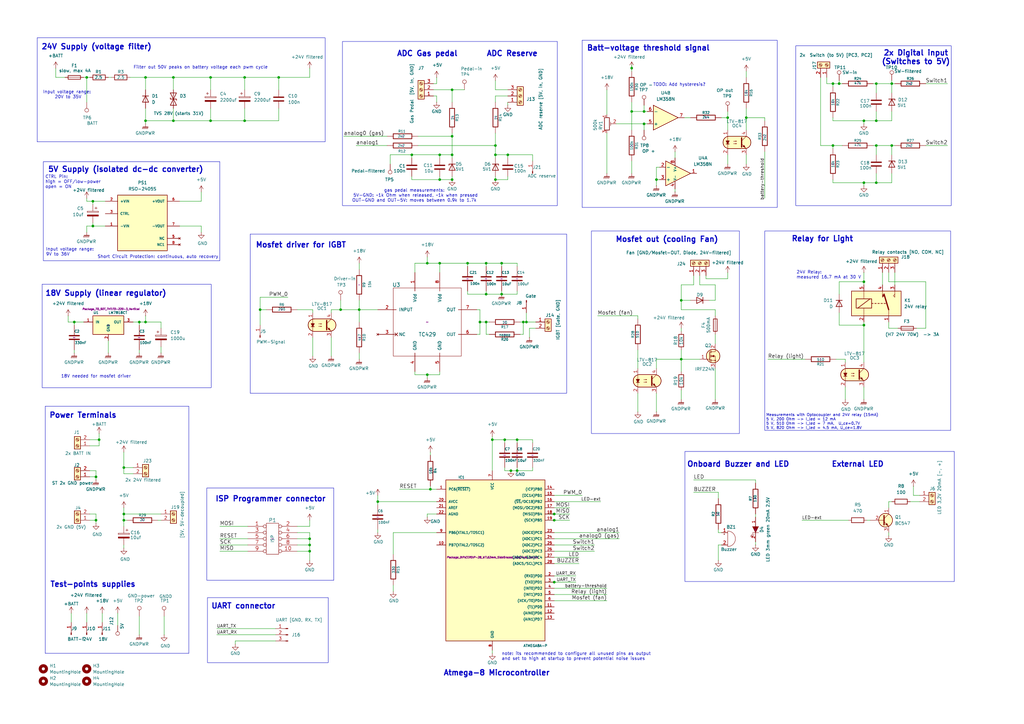
<source format=kicad_sch>
(kicad_sch (version 20231120) (generator "eeschema") (generator_version "8.0")
  (paper "A3")
  (title_block (title "Second version of PCB controlling an electric kart") (date "2024-08-20") (rev "V2.1") (comment 1 "- Controller 5V and GND fully isolated (Using Isolated 5V dc-dc converter IC)") (comment 2 "- 2 layer (double sided board)") (comment 3 "- GND planes on both sides") (comment 4 "Main improvements:"))
  (junction (at 59.69 132.08))
  (junction (at 306.07 48.26))
  (junction (at 39.37 213.36))
  (junction (at 39.37 195.58))
  (junction (at 40.64 180.34))
  (junction (at 203.2 59.69))
  (junction (at 215.9 132.08))
  (junction (at 227.33 238.76))
  (junction (at 264.16 45.72))
  (junction (at 185.42 63.5))
  (junction (at 154.94 205.74))
  (junction (at 203.2 63.5))
  (junction (at 35.56 31.75))
  (junction (at 199.39 120.65))
  (junction (at 359.41 74.93))
  (junction (at 259.08 27.94))
  (junction (at 59.69 49.53))
  (junction (at 341.63 59.69))
  (junction (at 175.26 153.67))
  (junction (at 359.41 49.53))
  (junction (at 100.33 31.75))
  (junction (at 354.33 49.53))
  (junction (at 185.42 73.66))
  (junction (at 168.91 63.5))
  (junction (at 207.01 180.34))
  (junction (at 191.77 107.95))
  (junction (at 199.39 107.95))
  (junction (at 214.63 132.08))
  (junction (at 279.4 123.19))
  (junction (at 38.1 92.71))
  (junction (at 212.09 180.34))
  (junction (at 341.63 34.29))
  (junction (at 227.33 210.82))
  (junction (at 127 220.98))
  (junction (at 354.33 133.35))
  (junction (at 57.15 132.08))
  (junction (at 50.8 210.82))
  (junction (at 269.24 73.66))
  (junction (at 100.33 49.53))
  (junction (at 71.12 49.53))
  (junction (at 139.7 127))
  (junction (at 365.76 59.69))
  (junction (at 30.48 132.08))
  (junction (at 359.41 59.69))
  (junction (at 180.34 107.95))
  (junction (at 279.4 147.32))
  (junction (at 127 226.06))
  (junction (at 176.53 200.66))
  (junction (at 205.74 120.65))
  (junction (at 365.76 34.29))
  (junction (at 147.32 127))
  (junction (at 106.68 127))
  (junction (at 127 223.52))
  (junction (at 50.8 191.77))
  (junction (at 208.28 63.5))
  (junction (at 180.34 63.5))
  (junction (at 359.41 34.29))
  (junction (at 212.09 193.04))
  (junction (at 114.3 31.75))
  (junction (at 185.42 36.83))
  (junction (at 50.8 213.36))
  (junction (at 203.2 73.66))
  (junction (at 175.26 107.95))
  (junction (at 185.42 55.88))
  (junction (at 180.34 73.66))
  (junction (at 209.55 193.04))
  (junction (at 344.17 34.29))
  (junction (at 298.45 48.26))
  (junction (at 259.08 45.72))
  (junction (at 86.36 49.53))
  (junction (at 205.74 107.95))
  (junction (at 86.36 31.75))
  (junction (at 354.33 74.93))
  (junction (at 227.33 213.36))
  (junction (at 199.39 132.08))
  (junction (at 354.33 115.57))
  (junction (at 201.93 180.34))
  (junction (at 59.69 31.75))
  (junction (at 264.16 50.8))
  (junction (at 196.85 132.08))
  (junction (at 38.1 82.55))
  (junction (at 71.12 31.75))
  (wire (pts (xy 280.67 48.26) (xy 283.21 48.26)))
  (wire (pts (xy 344.17 120.65) (xy 344.17 115.57)))
  (wire (pts (xy 59.69 49.53) (xy 59.69 44.45)))
  (wire (pts (xy 217.17 134.62) (xy 219.71 134.62)))
  (wire (pts (xy 227.33 241.3) (xy 248.92 241.3)))
  (wire (pts (xy 50.8 213.36) (xy 50.8 210.82)))
  (wire (pts (xy 121.92 218.44) (xy 127 218.44)))
  (wire (pts (xy 180.34 73.66) (xy 185.42 73.66)))
  (wire (pts (xy 365.76 71.12) (xy 365.76 74.93)))
  (wire (pts (xy 196.85 132.08) (xy 196.85 137.16)))
  (wire (pts (xy 82.55 82.55) (xy 82.55 78.74)))
  (wire (pts (xy 259.08 41.91) (xy 259.08 45.72)))
  (wire (pts (xy 36.83 195.58) (xy 39.37 195.58)))
  (wire (pts (xy 359.41 74.93) (xy 365.76 74.93)))
  (wire (pts (xy 289.56 114.3) (xy 289.56 113.03)))
  (wire (pts (xy 264.16 45.72) (xy 265.43 45.72)))
  (wire (pts (xy 160.02 63.5) (xy 168.91 63.5)))
  (wire (pts (xy 212.09 180.34) (xy 212.09 181.61)))
  (wire (pts (xy 264.16 43.18) (xy 264.16 45.72)))
  (wire (pts (xy 171.45 59.69) (xy 203.2 59.69)))
  (wire (pts (xy 293.37 137.16) (xy 293.37 140.97)))
  (wire (pts (xy 279.4 116.84) (xy 279.4 123.19)))
  (wire (pts (xy 135.89 138.43) (xy 135.89 146.05)))
  (wire (pts (xy 279.4 116.84) (xy 284.48 116.84)))
  (wire (pts (xy 359.41 63.5) (xy 359.41 59.69)))
  (wire (pts (xy 176.53 199.39) (xy 176.53 200.66)))
  (wire (pts (xy 243.84 226.06) (xy 227.33 226.06)))
  (wire (pts (xy 154.94 217.17) (xy 154.94 218.44)))
  (wire (pts (xy 121.92 223.52) (xy 127 223.52)))
  (wire (pts (xy 121.92 215.9) (xy 127 215.9)))
  (wire (pts (xy 374.65 203.2) (xy 377.19 203.2)))
  (wire (pts (xy 39.37 193.04) (xy 36.83 193.04)))
  (wire (pts (xy 224.79 210.82) (xy 227.33 210.82)))
  (wire (pts (xy 88.9 257.81) (xy 113.03 257.81)))
  (wire (pts (xy 309.88 196.85) (xy 309.88 198.12)))
  (wire (pts (xy 279.4 160.02) (xy 279.4 163.83)))
  (wire (pts (xy 218.44 66.04) (xy 218.44 63.5)))
  (wire (pts (xy 199.39 132.08) (xy 200.66 132.08)))
  (wire (pts (xy 66.04 142.24) (xy 66.04 144.78)))
  (wire (pts (xy 57.15 132.08) (xy 57.15 133.35)))
  (wire (pts (xy 207.01 193.04) (xy 209.55 193.04)))
  (wire (pts (xy 196.85 127) (xy 196.85 132.08)))
  (wire (pts (xy 96.52 262.89) (xy 113.03 262.89)))
  (wire (pts (xy 287.02 113.03) (xy 287.02 116.84)))
  (wire (pts (xy 279.4 143.51) (xy 279.4 147.32)))
  (wire (pts (xy 203.2 63.5) (xy 203.2 64.77)))
  (wire (pts (xy 180.34 72.39) (xy 180.34 73.66)))
  (wire (pts (xy 342.9 147.32) (xy 346.71 147.32)))
  (wire (pts (xy 293.37 151.13) (xy 293.37 163.83)))
  (wire (pts (xy 163.83 200.66) (xy 176.53 200.66)))
  (wire (pts (xy 57.15 252.73) (xy 57.15 260.35)))
  (wire (pts (xy 191.77 107.95) (xy 199.39 107.95)))
  (wire (pts (xy 35.56 81.28) (xy 35.56 82.55)))
  (wire (pts (xy 175.26 105.41) (xy 175.26 107.95)))
  (wire (pts (xy 205.74 119.38) (xy 205.74 120.65)))
  (wire (pts (xy 39.37 213.36) (xy 36.83 213.36)))
  (wire (pts (xy 203.2 73.66) (xy 208.28 73.66)))
  (wire (pts (xy 207.01 181.61) (xy 207.01 180.34)))
  (wire (pts (xy 269.24 147.32) (xy 279.4 147.32)))
  (wire (pts (xy 359.41 34.29) (xy 365.76 34.29)))
  (wire (pts (xy 121.92 226.06) (xy 127 226.06)))
  (wire (pts (xy 147.32 110.49) (xy 147.32 107.95)))
  (wire (pts (xy 106.68 127) (xy 109.22 127)))
  (wire (pts (xy 379.73 134.62) (xy 379.73 115.57)))
  (wire (pts (xy 341.63 59.69) (xy 341.63 60.96)))
  (wire (pts (xy 203.2 59.69) (xy 203.2 63.5)))
  (wire (pts (xy 50.8 194.31) (xy 50.8 191.77)))
  (wire (pts (xy 294.64 218.44) (xy 295.91 218.44)))
  (wire (pts (xy 270.51 68.58) (xy 269.24 68.58)))
  (wire (pts (xy 180.34 107.95) (xy 180.34 111.76)))
  (wire (pts (xy 106.68 133.35) (xy 106.68 127)))
  (wire (pts (xy 341.63 74.93) (xy 354.33 74.93)))
  (wire (pts (xy 207.01 180.34) (xy 212.09 180.34)))
  (wire (pts (xy 59.69 49.53) (xy 59.69 50.8)))
  (wire (pts (xy 354.33 115.57) (xy 354.33 116.84)))
  (wire (pts (xy 175.26 210.82) (xy 175.26 212.09)))
  (wire (pts (xy 147.32 144.78) (xy 147.32 147.32)))
  (wire (pts (xy 254 218.44) (xy 227.33 218.44)))
  (wire (pts (xy 215.9 128.27) (xy 215.9 132.08)))
  (wire (pts (xy 86.36 31.75) (xy 86.36 36.83)))
  (wire (pts (xy 50.8 210.82) (xy 66.04 210.82)))
  (wire (pts (xy 71.12 44.45) (xy 71.12 49.53)))
  (wire (pts (xy 354.33 74.93) (xy 359.41 74.93)))
  (wire (pts (xy 374.65 203.2) (xy 374.65 199.39)))
  (wire (pts (xy 44.45 139.7) (xy 44.45 144.78)))
  (wire (pts (xy 354.33 49.53) (xy 359.41 49.53)))
  (wire (pts (xy 35.56 95.25) (xy 35.56 92.71)))
  (wire (pts (xy 306.07 44.45) (xy 306.07 48.26)))
  (wire (pts (xy 215.9 132.08) (xy 219.71 132.08)))
  (wire (pts (xy 364.49 132.08) (xy 364.49 134.62)))
  (wire (pts (xy 147.32 132.08) (xy 147.32 127)))
  (wire (pts (xy 50.8 223.52) (xy 50.8 224.79)))
  (wire (pts (xy 22.86 27.94) (xy 22.86 31.75)))
  (wire (pts (xy 306.07 63.5) (xy 306.07 67.31)))
  (wire (pts (xy 203.2 72.39) (xy 203.2 73.66)))
  (wire (pts (xy 359.41 38.1) (xy 359.41 34.29)))
  (wire (pts (xy 361.95 111.76) (xy 361.95 116.84)))
  (wire (pts (xy 245.11 129.54) (xy 261.62 129.54)))
  (wire (pts (xy 365.76 38.1) (xy 365.76 34.29)))
  (wire (pts (xy 57.15 132.08) (xy 59.69 132.08)))
  (wire (pts (xy 30.48 132.08) (xy 34.29 132.08)))
  (wire (pts (xy 259.08 26.67) (xy 259.08 27.94)))
  (wire (pts (xy 88.9 260.35) (xy 113.03 260.35)))
  (wire (pts (xy 171.45 55.88) (xy 185.42 55.88)))
  (wire (pts (xy 100.33 44.45) (xy 100.33 49.53)))
  (wire (pts (xy 185.42 54.61) (xy 185.42 55.88)))
  (wire (pts (xy 233.68 208.28) (xy 227.33 208.28)))
  (wire (pts (xy 38.1 91.44) (xy 38.1 92.71)))
  (wire (pts (xy 199.39 119.38) (xy 199.39 120.65)))
  (wire (pts (xy 283.21 123.19) (xy 279.4 123.19)))
  (wire (pts (xy 269.24 151.13) (xy 269.24 147.32)))
  (wire (pts (xy 191.77 107.95) (xy 191.77 109.22)))
  (wire (pts (xy 101.6 220.98) (xy 90.17 220.98)))
  (wire (pts (xy 39.37 213.36) (xy 39.37 214.63)))
  (wire (pts (xy 294.64 229.87) (xy 294.64 223.52)))
  (wire (pts (xy 298.45 63.5) (xy 298.45 67.31)))
  (wire (pts (xy 214.63 132.08) (xy 215.9 132.08)))
  (wire (pts (xy 212.09 193.04) (xy 212.09 191.77)))
  (wire (pts (xy 128.27 128.27) (xy 128.27 127)))
  (wire (pts (xy 207.01 191.77) (xy 207.01 193.04)))
  (wire (pts (xy 50.8 213.36) (xy 52.07 213.36)))
  (wire (pts (xy 66.04 213.36) (xy 64.77 213.36)))
  (wire (pts (xy 180.34 107.95) (xy 191.77 107.95)))
  (wire (pts (xy 86.36 44.45) (xy 86.36 49.53)))
  (wire (pts (xy 168.91 63.5) (xy 168.91 64.77)))
  (wire (pts (xy 379.73 115.57) (xy 364.49 115.57)))
  (wire (pts (xy 218.44 193.04) (xy 212.09 193.04)))
  (wire (pts (xy 114.3 49.53) (xy 100.33 49.53)))
  (wire (pts (xy 121.92 127) (xy 128.27 127)))
  (wire (pts (xy 306.07 48.26) (xy 313.69 48.26)))
  (wire (pts (xy 48.26 251.46) (xy 48.26 256.54)))
  (wire (pts (xy 154.94 205.74) (xy 179.07 205.74)))
  (wire (pts (xy 284.48 113.03) (xy 284.48 116.84)))
  (wire (pts (xy 40.64 180.34) (xy 36.83 180.34)))
  (wire (pts (xy 298.45 48.26) (xy 295.91 48.26)))
  (wire (pts (xy 57.15 143.51) (xy 57.15 144.78)))
  (wire (pts (xy 212.09 119.38) (xy 212.09 120.65)))
  (wire (pts (xy 264.16 50.8) (xy 265.43 50.8)))
  (wire (pts (xy 227.33 223.52) (xy 243.84 223.52)))
  (wire (pts (xy 233.68 213.36) (xy 227.33 213.36)))
  (wire (pts (xy 185.42 36.83) (xy 185.42 41.91)))
  (wire (pts (xy 294.64 217.17) (xy 294.64 218.44)))
  (wire (pts (xy 127 218.44) (xy 127 220.98)))
  (wire (pts (xy 196.85 127) (xy 195.58 127)))
  (wire (pts (xy 34.29 31.75) (xy 35.56 31.75)))
  (wire (pts (xy 373.38 205.74) (xy 377.19 205.74)))
  (wire (pts (xy 41.91 251.46) (xy 41.91 255.27)))
  (wire (pts (xy 205.74 109.22) (xy 205.74 107.95)))
  (wire (pts (xy 209.55 193.04) (xy 212.09 193.04)))
  (wire (pts (xy 86.36 49.53) (xy 71.12 49.53)))
  (wire (pts (xy 201.93 179.07) (xy 201.93 180.34)))
  (wire (pts (xy 339.09 34.29) (xy 341.63 34.29)))
  (wire (pts (xy 344.17 34.29) (xy 345.44 34.29)))
  (wire (pts (xy 201.93 180.34) (xy 201.93 193.04)))
  (wire (pts (xy 168.91 73.66) (xy 180.34 73.66)))
  (wire (pts (xy 54.61 132.08) (xy 57.15 132.08)))
  (wire (pts (xy 203.2 39.37) (xy 203.2 41.91)))
  (wire (pts (xy 40.64 177.8) (xy 40.64 180.34)))
  (wire (pts (xy 261.62 161.29) (xy 261.62 168.91)))
  (wire (pts (xy 67.31 252.73) (xy 67.31 260.35)))
  (wire (pts (xy 170.18 111.76) (xy 170.18 107.95)))
  (wire (pts (xy 224.79 238.76) (xy 227.33 238.76)))
  (wire (pts (xy 365.76 205.74) (xy 364.49 205.74)))
  (wire (pts (xy 40.64 182.88) (xy 40.64 180.34)))
  (wire (pts (xy 276.86 62.23) (xy 276.86 64.77)))
  (wire (pts (xy 50.8 185.42) (xy 50.8 191.77)))
  (wire (pts (xy 96.52 264.16) (xy 96.52 262.89)))
  (wire (pts (xy 269.24 73.66) (xy 270.51 73.66)))
  (wire (pts (xy 146.05 59.69) (xy 158.75 59.69)))
  (wire (pts (xy 203.2 36.83) (xy 208.28 36.83)))
  (wire (pts (xy 227.33 238.76) (xy 236.22 238.76)))
  (wire (pts (xy 208.28 63.5) (xy 203.2 63.5)))
  (wire (pts (xy 175.26 153.67) (xy 175.26 154.94)))
  (wire (pts (xy 201.93 266.7) (xy 201.93 267.97)))
  (wire (pts (xy 199.39 132.08) (xy 199.39 137.16)))
  (wire (pts (xy 364.49 205.74) (xy 364.49 208.28)))
  (wire (pts (xy 313.69 48.26) (xy 313.69 49.53)))
  (wire (pts (xy 314.96 147.32) (xy 330.2 147.32)))
  (wire (pts (xy 29.21 251.46) (xy 29.21 255.27)))
  (wire (pts (xy 355.6 213.36) (xy 356.87 213.36)))
  (wire (pts (xy 54.61 194.31) (xy 50.8 194.31)))
  (wire (pts (xy 185.42 55.88) (xy 185.42 63.5)))
  (wire (pts (xy 82.55 92.71) (xy 82.55 95.25)))
  (wire (pts (xy 279.4 134.62) (xy 279.4 135.89)))
  (wire (pts (xy 175.26 107.95) (xy 180.34 107.95)))
  (wire (pts (xy 341.63 34.29) (xy 341.63 35.56)))
  (wire (pts (xy 227.33 228.6) (xy 237.49 228.6)))
  (wire (pts (xy 185.42 72.39) (xy 185.42 73.66)))
  (wire (pts (xy 208.28 64.77) (xy 208.28 63.5)))
  (wire (pts (xy 179.07 210.82) (xy 175.26 210.82)))
  (wire (pts (xy 177.8 36.83) (xy 185.42 36.83)))
  (wire (pts (xy 114.3 44.45) (xy 114.3 49.53)))
  (wire (pts (xy 179.07 41.91) (xy 179.07 39.37)))
  (wire (pts (xy 101.6 226.06) (xy 90.17 226.06)))
  (wire (pts (xy 289.56 114.3) (xy 298.45 114.3)))
  (wire (pts (xy 367.03 111.76) (xy 367.03 116.84)))
  (wire (pts (xy 114.3 31.75) (xy 127 31.75)))
  (wire (pts (xy 367.03 34.29) (xy 365.76 34.29)))
  (wire (pts (xy 344.17 128.27) (xy 344.17 133.35)))
  (wire (pts (xy 238.76 203.2) (xy 227.33 203.2)))
  (wire (pts (xy 73.66 82.55) (xy 82.55 82.55)))
  (wire (pts (xy 161.29 240.03) (xy 161.29 242.57)))
  (wire (pts (xy 168.91 63.5) (xy 180.34 63.5)))
  (wire (pts (xy 38.1 82.55) (xy 38.1 83.82)))
  (wire (pts (xy 306.07 48.26) (xy 306.07 53.34)))
  (wire (pts (xy 179.07 39.37) (xy 177.8 39.37)))
  (wire (pts (xy 176.53 185.42) (xy 176.53 186.69)))
  (wire (pts (xy 341.63 74.93) (xy 341.63 73.66)))
  (wire (pts (xy 279.4 127) (xy 293.37 127)))
  (wire (pts (xy 71.12 31.75) (xy 71.12 36.83)))
  (wire (pts (xy 269.24 68.58) (xy 269.24 73.66)))
  (wire (pts (xy 196.85 137.16) (xy 195.58 137.16)))
  (wire (pts (xy 259.08 45.72) (xy 259.08 53.34)))
  (wire (pts (xy 147.32 127) (xy 154.94 127)))
  (wire (pts (xy 218.44 181.61) (xy 218.44 180.34)))
  (wire (pts (xy 227.33 246.38) (xy 248.92 246.38)))
  (wire (pts (xy 358.14 59.69) (xy 359.41 59.69)))
  (wire (pts (xy 199.39 107.95) (xy 205.74 107.95)))
  (wire (pts (xy 203.2 33.02) (xy 203.2 36.83)))
  (wire (pts (xy 269.24 161.29) (xy 269.24 168.91)))
  (wire (pts (xy 359.41 49.53) (xy 365.76 49.53)))
  (wire (pts (xy 248.92 36.83) (xy 248.92 46.99)))
  (wire (pts (xy 248.92 54.61) (xy 248.92 71.12)))
  (wire (pts (xy 196.85 132.08) (xy 199.39 132.08)))
  (wire (pts (xy 35.56 41.91) (xy 35.56 31.75)))
  (wire (pts (xy 224.79 213.36) (xy 227.33 213.36)))
  (wire (pts (xy 127 226.06) (xy 127 229.87)))
  (wire (pts (xy 176.53 200.66) (xy 179.07 200.66)))
  (wire (pts (xy 147.32 127) (xy 147.32 123.19)))
  (wire (pts (xy 191.77 119.38) (xy 191.77 120.65)))
  (wire (pts (xy 208.28 72.39) (xy 208.28 73.66)))
  (wire (pts (xy 191.77 120.65) (xy 199.39 120.65)))
  (wire (pts (xy 199.39 120.65) (xy 205.74 120.65)))
  (wire (pts (xy 354.33 158.75) (xy 354.33 163.83)))
  (wire (pts (xy 259.08 45.72) (xy 264.16 45.72)))
  (wire (pts (xy 170.18 152.4) (xy 170.18 153.67)))
  (wire (pts (xy 27.94 129.54) (xy 27.94 132.08)))
  (wire (pts (xy 261.62 129.54) (xy 261.62 130.81)))
  (wire (pts (xy 213.36 132.08) (xy 214.63 132.08)))
  (wire (pts (xy 38.1 82.55) (xy 43.18 82.55)))
  (wire (pts (xy 358.14 34.29) (xy 359.41 34.29)))
  (wire (pts (xy 30.48 143.51) (xy 30.48 144.78)))
  (wire (pts (xy 185.42 36.83) (xy 190.5 36.83)))
  (wire (pts (xy 160.02 67.31) (xy 160.02 63.5)))
  (wire (pts (xy 364.49 218.44) (xy 364.49 219.71)))
  (wire (pts (xy 306.07 29.21) (xy 306.07 31.75)))
  (wire (pts (xy 298.45 45.72) (xy 298.45 48.26)))
  (wire (pts (xy 44.45 31.75) (xy 45.72 31.75)))
  (wire (pts (xy 341.63 49.53) (xy 341.63 48.26)))
  (wire (pts (xy 59.69 31.75) (xy 59.69 36.83)))
  (wire (pts (xy 50.8 208.28) (xy 50.8 210.82)))
  (wire (pts (xy 293.37 127) (xy 293.37 129.54)))
  (wire (pts (xy 50.8 213.36) (xy 50.8 215.9)))
  (wire (pts (xy 36.83 182.88) (xy 40.64 182.88)))
  (wire (pts (xy 212.09 120.65) (xy 205.74 120.65)))
  (wire (pts (xy 161.29 218.44) (xy 161.29 227.33)))
  (wire (pts (xy 367.03 59.69) (xy 365.76 59.69)))
  (wire (pts (xy 293.37 123.19) (xy 290.83 123.19)))
  (wire (pts (xy 135.89 127) (xy 135.89 128.27)))
  (wire (pts (xy 36.83 210.82) (xy 39.37 210.82)))
  (wire (pts (xy 140.97 55.88) (xy 158.75 55.88)))
  (wire (pts (xy 346.71 158.75) (xy 346.71 163.83)))
  (wire (pts (xy 365.76 63.5) (xy 365.76 59.69)))
  (wire (pts (xy 161.29 218.44) (xy 179.07 218.44)))
  (wire (pts (xy 30.48 133.35) (xy 30.48 132.08)))
  (wire (pts (xy 180.34 63.5) (xy 185.42 63.5)))
  (wire (pts (xy 354.33 76.2) (xy 354.33 74.93)))
  (wire (pts (xy 201.93 180.34) (xy 207.01 180.34)))
  (wire (pts (xy 237.49 231.14) (xy 227.33 231.14)))
  (wire (pts (xy 379.73 34.29) (xy 388.62 34.29)))
  (wire (pts (xy 341.63 49.53) (xy 354.33 49.53)))
  (wire (pts (xy 279.4 147.32) (xy 279.4 152.4)))
  (wire (pts (xy 185.42 63.5) (xy 185.42 64.77)))
  (wire (pts (xy 59.69 31.75) (xy 71.12 31.75)))
  (wire (pts (xy 261.62 143.51) (xy 261.62 151.13)))
  (wire (pts (xy 154.94 207.01) (xy 154.94 205.74)))
  (wire (pts (xy 218.44 63.5) (xy 208.28 63.5)))
  (wire (pts (xy 127 223.52) (xy 127 226.06)))
  (wire (pts (xy 279.4 147.32) (xy 287.02 147.32)))
  (wire (pts (xy 294.64 201.93) (xy 284.48 201.93)))
  (wire (pts (xy 180.34 153.67) (xy 180.34 152.4)))
  (wire (pts (xy 35.56 82.55) (xy 38.1 82.55)))
  (wire (pts (xy 100.33 49.53) (xy 86.36 49.53)))
  (wire (pts (xy 344.17 33.02) (xy 344.17 34.29)))
  (wire (pts (xy 284.48 196.85) (xy 309.88 196.85)))
  (wire (pts (xy 59.69 132.08) (xy 59.69 129.54)))
  (wire (pts (xy 313.69 62.23) (xy 313.69 81.28)))
  (wire (pts (xy 354.33 133.35) (xy 354.33 148.59)))
  (wire (pts (xy 100.33 31.75) (xy 86.36 31.75)))
  (wire (pts (xy 227.33 210.82) (xy 233.68 210.82)))
  (wire (pts (xy 339.09 31.75) (xy 339.09 34.29)))
  (wire (pts (xy 73.66 92.71) (xy 82.55 92.71)))
  (wire (pts (xy 59.69 49.53) (xy 71.12 49.53)))
  (wire (pts (xy 309.88 210.82) (xy 309.88 212.09)))
  (wire (pts (xy 259.08 27.94) (xy 259.08 29.21)))
  (wire (pts (xy 199.39 107.95) (xy 199.39 109.22)))
  (wire (pts (xy 39.37 195.58) (xy 39.37 196.85)))
  (wire (pts (xy 264.16 50.8) (xy 264.16 53.34)))
  (wire (pts (xy 279.4 123.19) (xy 279.4 127)))
  (wire (pts (xy 336.55 59.69) (xy 341.63 59.69)))
  (wire (pts (xy 252.73 50.8) (xy 264.16 50.8)))
  (wire (pts (xy 139.7 123.19) (xy 139.7 127)))
  (wire (pts (xy 359.41 59.69) (xy 365.76 59.69)))
  (wire (pts (xy 154.94 203.2) (xy 154.94 205.74)))
  (wire (pts (xy 259.08 66.04) (xy 259.08 71.12)))
  (wire (pts (xy 179.07 31.75) (xy 179.07 34.29)))
  (wire (pts (xy 344.17 133.35) (xy 354.33 133.35)))
  (wire (pts (xy 135.89 127) (xy 139.7 127)))
  (wire (pts (xy 359.41 45.72) (xy 359.41 49.53)))
  (wire (pts (xy 359.41 71.12) (xy 359.41 74.93)))
  (wire (pts (xy 179.07 34.29) (xy 177.8 34.29)))
  (wire (pts (xy 309.88 222.25) (xy 309.88 223.52)))
  (wire (pts (xy 298.45 114.3) (xy 298.45 111.76)))
  (wire (pts (xy 227.33 220.98) (xy 254 220.98)))
  (wire (pts (xy 218.44 191.77) (xy 218.44 193.04)))
  (wire (pts (xy 379.73 134.62) (xy 375.92 134.62)))
  (wire (pts (xy 53.34 31.75) (xy 59.69 31.75)))
  (wire (pts (xy 127 215.9) (xy 127 213.36)))
  (wire (pts (xy 218.44 180.34) (xy 212.09 180.34)))
  (wire (pts (xy 90.17 215.9) (xy 101.6 215.9)))
  (wire (pts (xy 39.37 193.04) (xy 39.37 195.58)))
  (wire (pts (xy 293.37 116.84) (xy 287.02 116.84)))
  (wire (pts (xy 35.56 92.71) (xy 38.1 92.71)))
  (wire (pts (xy 214.63 137.16) (xy 214.63 132.08)))
  (wire (pts (xy 203.2 39.37) (xy 208.28 39.37)))
  (wire (pts (xy 212.09 109.22) (xy 212.09 107.95)))
  (wire (pts (xy 203.2 54.61) (xy 203.2 59.69)))
  (wire (pts (xy 341.63 34.29) (xy 344.17 34.29)))
  (wire (pts (xy 294.64 204.47) (xy 294.64 201.93)))
  (wire (pts (xy 114.3 31.75) (xy 114.3 36.83)))
  (wire (pts (xy 298.45 53.34) (xy 298.45 48.26)))
  (wire (pts (xy 27.94 132.08) (xy 30.48 132.08)))
  (wire (pts (xy 168.91 72.39) (xy 168.91 73.66)))
  (wire (pts (xy 106.68 121.92) (xy 118.11 121.92)))
  (wire (pts (xy 208.28 41.91) (xy 208.28 43.18)))
  (wire (pts (xy 139.7 127) (xy 147.32 127)))
  (wire (pts (xy 336.55 31.75) (xy 336.55 59.69)))
  (wire (pts (xy 276.86 77.47) (xy 276.86 78.74)))
  (wire (pts (xy 379.73 59.69) (xy 388.62 59.69)))
  (wire (pts (xy 100.33 31.75) (xy 114.3 31.75)))
  (wire (pts (xy 344.17 115.57) (xy 354.33 115.57)))
  (wire (pts (xy 66.04 134.62) (xy 66.04 132.08)))
  (wire (pts (xy 100.33 31.75) (xy 100.33 36.83)))
  (wire (pts (xy 294.64 223.52) (xy 295.91 223.52)))
  (wire (pts (xy 175.26 153.67) (xy 180.34 153.67)))
  (wire (pts (xy 38.1 92.71) (xy 43.18 92.71)))
  (wire (pts (xy 341.63 59.69) (xy 345.44 59.69)))
  (wire (pts (xy 35.56 251.46) (xy 35.56 255.27)))
  (wire (pts (xy 127 220.98) (xy 127 223.52)))
  (wire (pts (xy 213.36 137.16) (xy 214.63 137.16)))
  (wire (pts (xy 50.8 191.77) (xy 54.61 191.77)))
  (wire (pts (xy 35.56 31.75) (xy 36.83 31.75)))
  (wire (pts (xy 293.37 123.19) (xy 293.37 116.84)))
  (wire (pts (xy 365.76 45.72) (xy 365.76 49.53)))
  (wire (pts (xy 180.34 64.77) (xy 180.34 63.5)))
  (wire (pts (xy 200.66 137.16) (xy 199.39 137.16)))
  (wire (pts (xy 212.09 107.95) (xy 205.74 107.95)))
  (wire (pts (xy 346.71 147.32) (xy 346.71 148.59)))
  (wire (pts (xy 39.37 210.82) (xy 39.37 213.36)))
  (wire (pts (xy 127 220.98) (xy 121.92 220.98)))
  (wire (pts (xy 248.92 243.84) (xy 227.33 243.84)))
  (wire (pts (xy 354.33 111.76) (xy 354.33 115.57)))
  (wire (pts (xy 364.49 115.57) (xy 364.49 111.76)))
  (wire (pts (xy 328.93 213.36) (xy 347.98 213.36)))
  (wire (pts (xy 354.33 132.08) (xy 354.33 133.35)))
  (wire (pts (xy 365.76 33.02) (xy 365.76 34.29)))
  (wire (pts (xy 66.04 132.08) (xy 59.69 132.08)))
  (wire (pts (xy 364.49 134.62) (xy 368.3 134.62)))
  (wire (pts (xy 170.18 153.67) (xy 175.26 153.67)))
  (wire (pts (xy 227.33 236.22) (xy 236.22 236.22)))
  (wire (pts (xy 127 27.94) (xy 127 31.75)))
  (wire (pts (xy 269.24 73.66) (xy 269.24 76.2)))
  (wire (pts (xy 227.33 205.74) (xy 246.38 205.74)))
  (wire (pts (xy 106.68 121.92) (xy 106.68 127)))
  (wire (pts (xy 217.17 138.43) (xy 217.17 134.62)))
  (wire (pts (xy 170.18 107.95) (xy 175.26 107.95)))
  (wire (pts (xy 128.27 138.43) (xy 128.27 146.05)))
  (wire (pts (xy 90.17 223.52) (xy 101.6 223.52)))
  (wire (pts (xy 86.36 31.75) (xy 71.12 31.75)))
  (wire (pts (xy 22.86 31.75) (xy 26.67 31.75)))
  (wire (pts (xy 354.33 50.8) (xy 354.33 49.53)))
  (rectangle (start 280.924 185.166) (end 391.414 238.506))
  (rectangle (start 85.09 245.11) (end 134.62 271.78))
  (rectangle (start 326.39 18.796) (end 390.144 84.328))
  (rectangle (start 18.542 166.624) (end 77.47 267.97))
  (rectangle (start 242.57 94.742) (end 303.276 177.8))
  (rectangle (start 313.69 94.742) (end 389.89 176.53))
  (rectangle (start 102.616 96.012) (end 232.41 161.29))
  (rectangle (start 238.76 16.51) (end 318.77 85.09))
  (rectangle (start 84.836 200.152) (end 136.906 237.998))
  (rectangle (start 15.24 15.494) (end 133.35 58.166))
  (rectangle (start 17.272 116.586) (end 86.614 159.004))
  (rectangle (start 17.78 66.294) (end 90.17 106.934))
  (rectangle (start 140.462 17.018) (end 228.6 84.328))
  (text "ADC Reserve" (at 210.058 22.098 0) (effects (font (size 2.2 2.2) (thickness 0.44) (bold yes))))
  (text "Batt-voltage threshold signal" (at 265.938 19.812 0) (effects (font (size 2.2 2.2) (thickness 0.44) (bold yes))))
  (text "ISP Programmer connector" (exclude_from_sim yes) (at 110.998 204.724 0) (effects (font (size 2.2 2.2) (thickness 0.44) (bold yes))))
  (text "Atmega-8 Microcontroller" (at 203.708 276.098 0) (effects (font (size 2.2 2.2) (thickness 0.44) (bold yes))))
  (text "Onboard Buzzer and LED" (at 302.768 190.5 0) (effects (font (size 2.2 2.2) (thickness 0.44) (bold yes))))
  (text "note: its recommended to configure all unused pins as output \nand set to high at startup to prevent potential noise issues" (at 205.74 269.24 0) (effects (font (size 1.27 1.27)) (justify left)))
  (text "ADC Gas pedal" (at 175.26 22.098 0) (effects (font (size 2.2 2.2) (thickness 0.44) (bold yes))))
  (text "Mosfet driver for IGBT" (at 123.444 100.584 0) (effects (font (size 2.2 2.2) (thickness 0.44) (bold yes))))
  (text "18V needed for mosfet driver" (at 39.37 154.432 0) (effects (font (size 1.27 1.27))))
  (text "TODO: Add hysteresis?" (at 278.638 34.798 0) (effects (font (size 1.27 1.27))))
  (text "Power Terminals" (exclude_from_sim yes) (at 34.036 170.434 0) (effects (font (size 2.2 2.2) (thickness 0.44) (bold yes))))
  (text "24V Supply (voltage filter)" (at 39.624 19.304 0) (effects (font (size 2.2 2.2) (thickness 0.44) (bold yes))))
  (text "Input voltage range: \n20V to 35V" (at 27.94 38.862 0) (effects (font (size 1.27 1.27))))
  (text "5V Supply (isolated dc-dc converter)" (at 51.562 69.596 0) (effects (font (size 2.2 2.2) (thickness 0.44) (bold yes))))
  (text "Test-points supplies" (at 38.1 239.776 0) (effects (font (size 2.2 2.2) (thickness 0.44) (bold yes))))
  (text "18V Supply (linear regulator)" (at 43.434 120.396 0) (effects (font (size 2.2 2.2) (thickness 0.44) (bold yes))))
  (text "2x Digital input\n(Switches to 5V)" (at 375.666 23.622 0) (effects (font (size 2.2 2.2) (thickness 0.44) (bold yes))))
  (text "24V Relay: \nmeasured 16.7 mA at 30 V" (at 326.644 112.776 0) (effects (font (size 1.27 1.27)) (justify left)))
  (text "Short Circuit Protection: continuous, auto recovery" (at 64.77 105.41 0) (effects (font (size 1.27 1.27))))
  (text "Filter out 50V peaks on battery voltage each pwm cycle" (at 82.296 27.686 0) (effects (font (size 1.27 1.27))))
  (text "UART connector\n" (at 99.822 248.666 0) (effects (font (size 2.2 2.2) (thickness 0.44) (bold yes))))
  (text "gas pedal measurements: \n5V-GND: ~1k Ohm when released, ~1k when pressed\nOUT-GND and OUT-5V: moves between 0.9k to 1.7k " (at 170.434 80.264 0) (effects (font (size 1.27 1.27))))
  (text "CTRL Pin:\nhigh = OFF/low-power\nopen = ON" (at 18.542 74.676 0) (effects (font (size 1.27 1.27)) (justify left)))
  (text "Input voltage range: \n9V to 36V" (at 18.796 103.378 0) (effects (font (size 1.27 1.27)) (justify left)))
  (text "External LED" (at 351.79 190.5 0) (effects (font (size 2.2 2.2) (thickness 0.44) (bold yes))))
  (text "Measurements with Optocoupler and 24V relay (15mA)\n5 V, 200 Ohm -> I_led = 12 mA \n5 V, 510 Ohm -> I_led = 7 mA,  U_ce=0.7V\n5 V, 820 Ohm -> I_led = 4.5 mA, U_ce=1.8V" (at 314.198 172.974 0) (effects (font (size 1.1 1.1)) (justify left)))
  (text "Mosfet out (cooling Fan)" (at 273.558 98.298 0) (effects (font (size 2.2 2.2) (thickness 0.44) (bold yes))))
  (text "Relay for Light" (at 337.312 98.044 0) (effects (font (size 2.2 2.2) (thickness 0.44) (bold yes))))
  (label "Mosfet (fan)" (at 245.11 129.54 0) (effects (font (size 1.524 1.524))))
  (label "UART_RX" (at 236.22 236.22 180))
  (label "analog0 (gas)" (at 254 220.98 180) (effects (font (size 1.524 1.524))))
  (label "LED" (at 237.49 228.6 180) (effects (font (size 1.524 1.524))))
  (label "BUZZER" (at 237.49 231.14 180) (effects (font (size 1.524 1.524))))
  (label "Relay (light)" (at 314.96 147.32 0) (effects (font (size 1.524 1.524))))
  (label "MISO" (at 233.68 210.82 180) (effects (font (size 1.524 1.524))))
  (label "BUZZER" (at 284.48 201.93 0) (effects (font (size 1.524 1.524))))
  (label "UART_RX" (at 88.9 260.35 0))
  (label "UART_TX" (at 236.22 238.76 180))
  (label "RESET" (at 163.83 200.66 0) (effects (font (size 1.524 1.524))))
  (label "analog1" (at 254 218.44 180) (effects (font (size 1.524 1.524))))
  (label "analog1" (at 146.05 59.69 0) (effects (font (size 1.524 1.524))))
  (label "battery-threshold" (at 313.69 64.77 270))
  (label "SCK" (at 90.17 223.52 0) (effects (font (size 1.524 1.524))))
  (label "MOSI" (at 90.17 215.9 0) (effects (font (size 1.524 1.524))))
  (label "SCK" (at 233.68 213.36 180) (effects (font (size 1.524 1.524))))
  (label "UART_TX" (at 88.9 257.81 0))
  (label "LED-ext" (at 328.93 213.36 0))
  (label "MOSI" (at 233.68 208.28 180) (effects (font (size 1.524 1.524))))
  (label "Relay (light)" (at 248.92 243.84 180) (effects (font (size 1.524 1.524))))
  (label "PWM_0" (at 118.11 121.92 180) (effects (font (size 1.524 1.524))))
  (label "LED-ext" (at 246.38 205.74 180))
  (label "MISO" (at 90.17 226.06 0) (effects (font (size 1.524 1.524))))
  (label "analog0 (gas)" (at 140.97 55.88 0) (effects (font (size 1.524 1.524))))
  (label "Switch1" (at 388.62 34.29 180) (effects (font (size 1.524 1.524))))
  (label "Switch1" (at 243.84 223.52 180) (effects (font (size 1.524 1.524))))
  (label "battery-threshold" (at 248.92 241.3 180))
  (label "PWM_0" (at 238.76 203.2 180) (effects (font (size 1.524 1.524))))
  (label "Switch2" (at 388.62 59.69 180) (effects (font (size 1.524 1.524))))
  (label "LED" (at 284.48 196.85 0) (effects (font (size 1.524 1.524))))
  (label "Switch2" (at 243.84 226.06 180) (effects (font (size 1.524 1.524))))
  (label "Mosfet (fan)" (at 248.92 246.38 180) (effects (font (size 1.524 1.524))))
  (label "RESET" (at 90.17 220.98 0) (effects (font (size 1.524 1.524))))
  (symbol (lib_id "power:GND") (at 261.62 168.91 0) (mirror y) (unit 1)
    (property "Reference" "#PWR057" (effects (hide yes)))
    (property "Value" "GND" (at 261.874 172.974 0))
    (property "Description" "Power symbol creates a global label with name \"GND\" , ground" (effects (hide yes)))
  )
  (symbol (lib_id "treiber-rescue:R") (at 58.42 213.36 90) (unit 1)
    (property "Reference" "R29" (at 58.42 211.328 90) (effects (font (size 1.016 1.016))))
    (property "Value" "20" (at 58.3946 213.1822 90) (effects (font (size 1.016 1.016))))
    (property "Footprint" "Resistor_THT:R_Axial_DIN0207_L6.3mm_D2.5mm_P10.16mm_Horizontal" (effects (hide yes)))
    (property "Datasheet" "~" (at 58.42 213.36 0) (effects (font (size 0.762 0.762))))
  )
  (symbol (lib_id "control-rescue:CONN_5X2") (at 111.76 220.98 0) (unit 1)
    (property "Reference" "P1" (at 111.76 213.36 0) (effects (font (size 1.524 1.524))))
    (property "Value" "ISP" (at 111.76 220.98 90))
    (property "Footprint" "Connector_IDC:IDC-Header_2x05_P2.54mm_Vertical" (effects (hide yes)))
    (property "Datasheet" "~" (at 111.76 220.98 0) (effects (font (size 1.524 1.524))))
  )
  (symbol (lib_id "power:+24V") (at 279.4 134.62 0) (unit 1)
    (property "Reference" "#PWR061" (effects (hide yes)))
    (property "Value" "+24V filtered" (at 274.32 130.302 0))
    (property "Description" "Power symbol creates a global label with name \"+24V\"" (effects (hide yes)))
  )
  (symbol (lib_id "Connector:TestPoint") (at 264.16 53.34 180) (unit 1)
    (property "Reference" "TP8" (at 266.192 59.69 0) (effects (justify left)))
    (property "Value" "OP +" (at 268.732 61.976 0) (effects (justify left)))
    (property "Footprint" "Connector_PinHeader_1.00mm:PinHeader_1x01_P1.00mm_Vertical" (effects (hide yes)))
    (property "Description" "test point" (effects (hide yes)))
  )
  (symbol (lib_id "power:+24V") (at 27.94 129.54 0) (unit 1)
    (property "Reference" "#PWR03" (effects (hide yes)))
    (property "Value" "+24V filtered" (at 27.94 124.46 0))
    (property "Description" "Power symbol creates a global label with name \"+24V\"" (effects (hide yes)))
  )
  (symbol (lib_id "power:+5V") (at 374.65 199.39 0) (unit 1)
    (property "Reference" "#PWR031" (effects (hide yes)))
    (property "Value" "+5V" (at 374.65 194.31 0))
    (property "Description" "Power symbol creates a global label with name \"+5V\"" (effects (hide yes)))
  )
  (symbol (lib_id "power:+5V") (at 50.8 208.28 0) (unit 1)
    (property "Reference" "#PWR062" (effects (hide yes)))
    (property "Value" "+5V" (at 50.8 203.2 0))
    (property "Description" "Power symbol creates a global label with name \"+5V\"" (effects (hide yes)))
  )
  (symbol (lib_id "control-rescue:R") (at 309.88 204.47 180) (unit 1)
    (property "Reference" "R7" (at 307.848 204.47 90) (effects (font (size 1.016 1.016))))
    (property "Value" "130" (at 309.7022 204.4954 90) (effects (font (size 1.016 1.016))))
    (property "Footprint" "Resistor_THT:R_Axial_DIN0207_L6.3mm_D2.5mm_P10.16mm_Horizontal" (effects (hide yes)))
    (property "Datasheet" "~" (at 309.88 204.47 0) (effects (font (size 0.762 0.762))))
  )
  (symbol (lib_id "Connector:Conn_01x01_Pin") (at 215.9 123.19 270) (unit 1)
    (property "Reference" "J8" (at 214.122 124.206 90) (effects (justify right)))
    (property "Value" "Gate" (at 219.964 121.412 90) (effects (justify right)))
    (property "Footprint" "Connector_PinHeader_1.00mm:PinHeader_1x01_P1.00mm_Vertical" (effects (hide yes)))
    (property "Description" "Generic connector, single row, 01x01, script generated" (effects (hide yes)))
  )
  (symbol (lib_id "control-rescue:R") (at 259.08 59.69 0) (unit 1)
    (property "Reference" "R31" (at 261.112 59.69 90) (effects (font (size 1.016 1.016))))
    (property "Value" "100k" (at 259.08 59.69 90) (effects (font (size 1.016 1.016))))
    (property "Footprint" "Resistor_THT:R_Axial_DIN0207_L6.3mm_D2.5mm_P10.16mm_Horizontal" (effects (hide yes)))
    (property "Datasheet" "~" (at 259.08 59.69 0) (effects (font (size 0.762 0.762))))
  )
  (symbol (lib_id "power:GNDPWR") (at 269.24 76.2 0) (unit 1)
    (property "Reference" "#PWR072" (effects (hide yes)))
    (property "Value" "GNDPWR" (at 269.113 80.01 0))
    (property "Description" "Power symbol creates a global label with name \"GNDPWR\" , global ground" (effects (hide yes)))
  )
  (symbol (lib_id "Mechanical:MountingHole") (at 17.78 279.4 0) (unit 1) (exclude_from_sim yes) (in_bom no)
    (property "Reference" "H2" (at 20.32 278.1299 0) (effects (justify left)))
    (property "Value" "MountingHole" (at 20.32 280.6699 0) (effects (justify left)))
    (property "Footprint" "MountingHole:MountingHole_5.3mm_M5" (effects (hide yes)))
    (property "Description" "Mounting Hole without connection" (effects (hide yes)))
  )
  (symbol (lib_id "Connector:Screw_Terminal_01x02") (at 224.79 132.08 0) (unit 1)
    (property "Reference" "J14" (at 223.774 129.286 0) (effects (justify left)))
    (property "Value" "IGBT [Gate, GND]" (at 228.854 139.446 90) (effects (justify left)))
    (property "Footprint" "TerminalBlock:TerminalBlock_bornier-2_P5.08mm" (effects (hide yes)))
    (property "Description" "Generic screw terminal, single row, 01x02, script generated (kicad-library-utils/schlib/autogen/connector/)" (effects (hide yes)))
  )
  (symbol (lib_id "power:GND") (at 185.42 73.66 0) (unit 1)
    (property "Reference" "#PWR039" (effects (hide yes)))
    (property "Value" "GND" (at 185.42 77.47 0))
    (property "Description" "Power symbol creates a global label with name \"GND\" , ground" (effects (hide yes)))
  )
  (symbol (lib_id "power:GND") (at 127 229.87 0) (unit 1)
    (property "Reference" "#PWR050" (effects (hide yes)))
    (property "Value" "GND" (at 127 233.68 0))
    (property "Description" "Power symbol creates a global label with name \"GND\" , ground" (effects (hide yes)))
  )
  (symbol (lib_id "power:GND") (at 364.49 219.71 0) (unit 1)
    (property "Reference" "#PWR028" (effects (hide yes)))
    (property "Value" "GND" (at 364.49 223.52 0))
    (property "Description" "Power symbol creates a global label with name \"GND\" , ground" (effects (hide yes)))
  )
  (symbol (lib_id "power:GNDPWR") (at 279.4 163.83 0) (unit 1)
    (property "Reference" "#PWR063" (effects (hide yes)))
    (property "Value" "GNDPWR" (at 279.273 167.64 0))
    (property "Description" "Power symbol creates a global label with name \"GNDPWR\" , global ground" (effects (hide yes)))
  )
  (symbol (lib_id "Connector:TestPoint") (at 57.15 252.73 0) (unit 1)
    (property "Reference" "TP2" (at 55.118 246.38 0) (effects (justify left)))
    (property "Value" "GND-power" (at 52.324 244.348 0) (effects (justify left)))
    (property "Footprint" "Connector_PinHeader_1.00mm:PinHeader_1x01_P1.00mm_Vertical" (effects (hide yes)))
    (property "Description" "test point" (effects (hide yes)))
  )
  (symbol (lib_id "power:GND") (at 161.29 242.57 0) (unit 1)
    (property "Reference" "#PWR056" (effects (hide yes)))
    (property "Value" "GND" (at 161.544 246.38 0))
    (property "Description" "Power symbol creates a global label with name \"GND\" , ground" (effects (hide yes)))
  )
  (symbol (lib_id "Connector:Conn_01x01_Pin") (at 41.91 260.35 90) (unit 1)
    (property "Reference" "J11" (at 41.91 257.81 90) (effects (justify right)))
    (property "Value" "18V" (at 40.386 262.128 90) (effects (justify right)))
    (property "Footprint" "Connector_PinHeader_1.00mm:PinHeader_1x01_P1.00mm_Vertical" (effects (hide yes)))
    (property "Description" "Generic connector, single row, 01x01, script generated" (effects (hide yes)))
  )
  (symbol (lib_id "Device:D") (at 287.02 123.19 180) (unit 1)
    (property "Reference" "D9" (at 287.02 120.904 0))
    (property "Value" "D" (effects (hide yes)))
    (property "Footprint" "Diode_THT:D_T-1_P12.70mm_Horizontal" (effects (hide yes)))
    (property "Description" "Diode" (effects (hide yes)))
    (property "Sim.Device" "D" (effects (hide yes)))
    (property "Sim.Pins" "1=K 2=A" (effects (hide yes)))
  )
  (symbol (lib_id "power:GND") (at 82.55 95.25 0) (unit 1)
    (property "Reference" "#PWR04" (effects (hide yes)))
    (property "Value" "GND" (at 83.058 99.822 0))
    (property "Description" "Power symbol creates a global label with name \"GND\" , ground" (effects (hide yes)))
  )
  (symbol (lib_id "power:+24V") (at 127 27.94 0) (unit 1)
    (property "Reference" "#PWR022" (effects (hide yes)))
    (property "Value" "+24V filtered" (at 125.984 23.368 0))
    (property "Description" "Power symbol creates a global label with name \"+24V\"" (effects (hide yes)))
  )
  (symbol (lib_id "control-rescue:C") (at 212.09 186.69 0) (unit 1)
    (property "Reference" "C8" (at 212.09 184.15 0) (effects (font (size 1.016 1.016)) (justify left)))
    (property "Value" "10uF" (at 212.2424 188.849 0) (effects (font (size 1.016 1.016)) (justify left)))
    (property "Footprint" "Capacitor_THT:CP_Radial_D5.0mm_P2.50mm" (effects (hide yes)))
    (property "Datasheet" "~" (at 212.09 186.69 0) (effects (font (size 1.524 1.524))))
  )
  (symbol (lib_id "power:GND") (at 203.2 73.66 0) (unit 1)
    (property "Reference" "#PWR041" (effects (hide yes)))
    (property "Value" "GND" (at 203.2 77.47 0))
    (property "Description" "Power symbol creates a global label with name \"GND\" , ground" (effects (hide yes)))
  )
  (symbol (lib_id "control-rescue:C") (at 207.01 186.69 0) (unit 1)
    (property "Reference" "C7" (at 207.01 184.15 0) (effects (font (size 1.016 1.016)) (justify left)))
    (property "Value" "100nF" (at 207.1624 188.849 0) (effects (font (size 1.016 1.016)) (justify left)))
    (property "Footprint" "Capacitor_THT:C_Disc_D7.0mm_W2.5mm_P5.00mm" (effects (hide yes)))
    (property "Datasheet" "~" (at 207.01 186.69 0) (effects (font (size 1.524 1.524))))
  )
  (symbol (lib_id "power:GND") (at 309.88 223.52 0) (unit 1)
    (property "Reference" "#PWR029" (effects (hide yes)))
    (property "Value" "GND" (at 309.88 227.33 0))
    (property "Description" "Power symbol creates a global label with name \"GND\" , ground" (effects (hide yes)))
  )
  (symbol (lib_id "power:+24V") (at 35.56 81.28 0) (unit 1)
    (property "Reference" "#PWR02" (effects (hide yes)))
    (property "Value" "+24V filtered" (at 36.322 77.978 0))
    (property "Description" "Power symbol creates a global label with name \"+24V\"" (effects (hide yes)))
  )
  (symbol (lib_id "power:+24V") (at 354.33 111.76 0) (unit 1)
    (property "Reference" "#PWR047" (effects (hide yes)))
    (property "Value" "+24V filtered" (at 353.314 107.188 0))
    (property "Description" "Power symbol creates a global label with name \"+24V\"" (effects (hide yes)))
  )
  (symbol (lib_id "RSO-2405S:RSO-2405S") (at 58.42 90.17 0) (unit 1)
    (property "Reference" "PS1" (at 58.42 74.93 0))
    (property "Value" "RSO-2405S" (at 58.42 77.47 0))
    (property "Footprint" "RSO-2405S:CONV_RSO-2405S" (effects (hide yes)))
    (property "MF" "Recom Power" (effects (hide yes)))
    (property "MAXIMUM_PACKAGE_HEIGHT" "11.1mm" (effects (hide yes)))
    (property "Package" "Package" (effects (hide yes)))
    (property "Price" "None" (effects (hide yes)))
    (property "Check_prices" "https://www.snapeda.com/parts/RSO-2405S/Recom+Power/view-part/?ref=eda" (effects (hide yes)))
    (property "STANDARD" "Manufacturer Recommendations" (effects (hide yes)))
    (property "PARTREV" "3" (effects (hide yes)))
    (property "SnapEDA_Link" "https://www.snapeda.com/parts/RSO-2405S/Recom+Power/view-part/?ref=snap" (effects (hide yes)))
    (property "MP" "RSO-2405S" (effects (hide yes)))
    (property "Purchase-URL" "https://www.snapeda.com/api/url_track_click_mouser/?unipart_id=1154114&manufacturer=Recom Power&part_name=RSO-2405S&search_term=None" (effects (hide yes)))
    (property "Description_1" "\nDC-DC Converter, Isolated Vin 18 to 36V dc,Vout 5V dc,I/O isolation 500V ac | RECOM Power Inc. RSO-2405S\n" (effects (hide yes)))
    (property "Availability" "In Stock" (effects (hide yes)))
    (property "MANUFACTURER" "Recom" (effects (hide yes)))
  )
  (symbol (lib_id "Device:D_Zener") (at 185.42 68.58 90) (mirror x) (unit 1)
    (property "Reference" "D5" (at 189.484 67.31 90) (effects (justify left)))
    (property "Value" "5V1" (at 190.5 69.342 90) (effects (justify left)))
    (property "Footprint" "Diode_THT:D_A-405_P10.16mm_Horizontal" (effects (hide yes)))
    (property "Description" "Zener diode" (effects (hide yes)))
  )
  (symbol (lib_id "power:GNDPWR") (at 35.56 95.25 0) (unit 1)
    (property "Reference" "#PWR048" (effects (hide yes)))
    (property "Value" "GNDPWR" (at 35.433 99.06 0))
    (property "Description" "Power symbol creates a global label with name \"GNDPWR\" , global ground" (effects (hide yes)))
  )
  (symbol (lib_id "Mechanical:MountingHole") (at 35.56 274.32 0) (unit 1) (exclude_from_sim yes) (in_bom no)
    (property "Reference" "H3" (at 38.1 273.0499 0) (effects (justify left)))
    (property "Value" "MountingHole" (at 38.1 275.5899 0) (effects (justify left)))
    (property "Footprint" "MountingHole:MountingHole_5.3mm_M5" (effects (hide yes)))
    (property "Description" "Mounting Hole without connection" (effects (hide yes)))
  )
  (symbol (lib_id "power:+15V") (at 175.26 105.41 0) (unit 1)
    (property "Reference" "#PWR035" (effects (hide yes)))
    (property "Value" "+18V" (at 175.26 100.33 0))
    (property "Description" "Power symbol creates a global label with name \"+15V\"" (effects (hide yes)))
  )
  (symbol (lib_id "power:+15V") (at 59.69 129.54 0) (unit 1)
    (property "Reference" "#PWR010" (effects (hide yes)))
    (property "Value" "+18V" (at 59.69 124.46 0))
    (property "Description" "Power symbol creates a global label with name \"+15V\"" (effects (hide yes)))
  )
  (symbol (lib_id "treiber-rescue:C") (at 191.77 114.3 0) (unit 1)
    (property "Reference" "C21" (at 192.532 111.76 0) (effects (font (size 1.016 1.016)) (justify left)))
    (property "Value" "100n" (at 192.786 116.332 0) (effects (font (size 1.016 1.016)) (justify left)))
    (property "Footprint" "Capacitor_THT:C_Disc_D7.0mm_W2.5mm_P5.00mm" (effects (hide yes)))
    (property "Datasheet" "~" (at 191.77 114.3 0) (effects (font (size 1.524 1.524))))
  )
  (symbol (lib_id "power:GND") (at 39.37 214.63 0) (unit 1)
    (property "Reference" "#PWR011" (effects (hide yes)))
    (property "Value" "GND" (at 39.878 219.202 0))
    (property "Description" "Power symbol creates a global label with name \"GND\" , ground" (effects (hide yes)))
  )
  (symbol (lib_id "power:GNDPWR") (at 44.45 144.78 0) (unit 1)
    (property "Reference" "#PWR07" (effects (hide yes)))
    (property "Value" "GNDPWR" (at 44.323 148.59 0))
    (property "Description" "Power symbol creates a global label with name \"GNDPWR\" , global ground" (effects (hide yes)))
  )
  (symbol (lib_id "power:GND") (at 306.07 67.31 0) (mirror y) (unit 1)
    (property "Reference" "#PWR073" (effects (hide yes)))
    (property "Value" "GND" (at 306.324 71.374 0))
    (property "Description" "Power symbol creates a global label with name \"GND\" , ground" (effects (hide yes)))
  )
  (symbol (lib_id "Device:R") (at 279.4 139.7 180) (unit 1)
    (property "Reference" "R18" (at 277.114 139.7 90))
    (property "Value" "10k" (at 279.4 139.7 90))
    (property "Footprint" "Resistor_THT:R_Axial_DIN0207_L6.3mm_D2.5mm_P10.16mm_Horizontal" (effects (hide yes)))
    (property "Description" "Resistor" (effects (hide yes)))
  )
  (symbol (lib_id "control-rescue:R") (at 203.2 48.26 0) (unit 1)
    (property "Reference" "R14" (at 205.232 48.26 90) (effects (font (size 1.016 1.016))))
    (property "Value" "1k" (at 203.3778 48.2346 90) (effects (font (size 1.016 1.016))))
    (property "Footprint" "Resistor_THT:R_Axial_DIN0207_L6.3mm_D2.5mm_P10.16mm_Horizontal" (effects (hide yes)))
    (property "Datasheet" "~" (at 203.2 48.26 0) (effects (font (size 0.762 0.762))))
  )
  (symbol (lib_id "power:GNDPWR") (at 217.17 138.43 0) (unit 1)
    (property "Reference" "#PWR043" (effects (hide yes)))
    (property "Value" "GNDPWR" (at 217.043 142.24 0))
    (property "Description" "Power symbol creates a global label with name \"GNDPWR\" , global ground" (effects (hide yes)))
  )
  (symbol (lib_id "power:GND") (at 128.27 146.05 0) (mirror y) (unit 1)
    (property "Reference" "#PWR030" (effects (hide yes)))
    (property "Value" "GND" (at 128.524 150.114 0))
    (property "Description" "Power symbol creates a global label with name \"GND\" , ground" (effects (hide yes)))
  )
  (symbol (lib_id "Device:C") (at 208.28 68.58 0) (unit 1)
    (property "Reference" "C15" (at 210.82 68.072 0) (effects (justify left)))
    (property "Value" "100n" (at 210.82 70.104 0) (effects (justify left)))
    (property "Footprint" "Capacitor_THT:C_Disc_D7.0mm_W2.5mm_P5.00mm" (effects (hide yes)))
    (property "Description" "Unpolarized capacitor" (effects (hide yes)))
  )
  (symbol (lib_id "power:GNDPWR") (at 269.24 168.91 0) (unit 1)
    (property "Reference" "#PWR058" (effects (hide yes)))
    (property "Value" "GNDPWR" (at 269.113 172.72 0))
    (property "Description" "Power symbol creates a global label with name \"GNDPWR\" , global ground" (effects (hide yes)))
  )
  (symbol (lib_id "Connector:Conn_01x01_Pin") (at 106.68 138.43 90) (unit 1)
    (property "Reference" "J5" (at 106.68 135.89 90) (effects (justify right)))
    (property "Value" "PWM-Signal" (at 105.156 140.208 90) (effects (justify right)))
    (property "Footprint" "Connector_PinHeader_1.00mm:PinHeader_1x01_P1.00mm_Vertical" (effects (hide yes)))
    (property "Description" "Generic connector, single row, 01x01, script generated" (effects (hide yes)))
  )
  (symbol (lib_id "control-rescue:R") (at 373.38 59.69 90) (unit 1)
    (property "Reference" "R27" (at 373.38 57.658 90) (effects (font (size 1.016 1.016))))
    (property "Value" "2k2" (at 372.872 59.69 90) (effects (font (size 1.016 1.016))))
    (property "Footprint" "Resistor_THT:R_Axial_DIN0207_L6.3mm_D2.5mm_P10.16mm_Horizontal" (effects (hide yes)))
    (property "Datasheet" "~" (at 373.38 59.69 0) (effects (font (size 0.762 0.762))))
  )
  (symbol (lib_id "treiber-rescue:C") (at 205.74 114.3 0) (unit 1)
    (property "Reference" "C13" (at 205.74 111.76 0) (effects (font (size 1.016 1.016)) (justify left)))
    (property "Value" "10uF" (at 205.8924 116.459 0) (effects (font (size 1.016 1.016)) (justify left)))
    (property "Footprint" "Capacitor_THT:CP_Radial_D5.0mm_P2.50mm" (effects (hide yes)))
    (property "Datasheet" "~" (at 205.74 114.3 0) (effects (font (size 1.524 1.524))))
  )
  (symbol (lib_id "Optocoupler_AKL:LTV-817") (at 302.26 58.42 0) (unit 1)
    (property "Reference" "OC4" (at 300.228 51.562 0) (effects (justify left)))
    (property "Value" "LTV-817" (at 297.942 49.784 0) (effects (justify left)))
    (property "Footprint" "Package_DIP:DIP-4_W10.16mm_LongPads" (effects (hide yes)))
    (property "Datasheet" "https://www.tme.eu/Document/a61fa6281e0999c0269f179efa854202/LTV-817S-TA1.pdf" (effects (hide yes)))
    (property "Description" "DIP-4 Optocoupler, Transistor output, 5kV, 4us, Alternate KiCAD Library" (effects (hide yes)))
  )
  (symbol (lib_id "power:GND") (at 67.31 260.35 0) (unit 1)
    (property "Reference" "#PWR023" (effects (hide yes)))
    (property "Value" "GND" (at 67.818 264.922 0))
    (property "Description" "Power symbol creates a global label with name \"GND\" , ground" (effects (hide yes)))
  )
  (symbol (lib_id "Transistor_BJT_AKL:BC547") (at 361.95 213.36 0) (unit 1)
    (property "Reference" "Q1" (at 367.03 212.0899 0) (effects (justify left)))
    (property "Value" "BC547" (at 367.03 214.6299 0) (effects (justify left)))
    (property "Footprint" "Package_TO_SOT_THT:TO-92L" (effects (hide yes)))
    (property "Datasheet" "https://www.tme.eu/Document/6c5d898a533a0762c2bc33eb26c283a8/BC546-550-DTE.pdf" (effects (hide yes)))
    (property "Description" "NPN TO-92 transistor, 45V, 100mA, 500mW, Complementary to BC557, Alternate KiCAD Library" (effects (hide yes)))
  )
  (symbol (lib_id "power:GND") (at 96.52 264.16 0) (unit 1)
    (property "Reference" "#PWR065" (effects (hide yes)))
    (property "Value" "GND" (at 96.52 267.97 0))
    (property "Description" "Power symbol creates a global label with name \"GND\" , ground" (effects (hide yes)))
  )
  (symbol (lib_id "Connector:TestPoint") (at 344.17 33.02 0) (unit 1)
    (property "Reference" "TP11" (at 342.138 27.686 0) (effects (justify left)))
    (property "Value" "SW-in" (at 345.44 29.718 0) (effects (justify left)))
    (property "Footprint" "Connector_PinHeader_1.00mm:PinHeader_1x01_P1.00mm_Vertical" (effects (hide yes)))
    (property "Description" "test point" (effects (hide yes)))
  )
  (symbol (lib_id "treiber-rescue:C") (at 218.44 186.69 0) (unit 1)
    (property "Reference" "C20" (at 218.44 184.15 0) (effects (font (size 1.016 1.016)) (justify left)))
    (property "Value" "330nF" (at 218.5924 188.849 0) (effects (font (size 1.016 1.016)) (justify left)))
    (property "Footprint" "Capacitor_THT:C_Disc_D8.0mm_W5.0mm_P5.00mm" (effects (hide yes)))
    (property "Datasheet" "~" (at 218.44 186.69 0) (effects (font (size 1.524 1.524))))
  )
  (symbol (lib_id "power:GNDPWR") (at 259.08 71.12 0) (unit 1)
    (property "Reference" "#PWR071" (effects (hide yes)))
    (property "Value" "GNDPWR" (at 258.953 74.93 0))
    (property "Description" "Power symbol creates a global label with name \"GNDPWR\" , global ground" (effects (hide yes)))
  )
  (symbol (lib_id "power:+5V") (at 306.07 29.21 0) (unit 1)
    (property "Reference" "#PWR066" (effects (hide yes)))
    (property "Value" "+5V" (at 306.07 24.13 0))
    (property "Description" "Power symbol creates a global label with name \"+5V\"" (effects (hide yes)))
  )
  (symbol (lib_id "power:GND") (at 179.07 41.91 0) (unit 1)
    (property "Reference" "#PWR038" (effects (hide yes)))
    (property "Value" "GND" (at 179.07 45.72 0))
    (property "Description" "Power symbol creates a global label with name \"GND\" , ground" (effects (hide yes)))
  )
  (symbol (lib_id "Device:Fuse") (at 372.11 134.62 90) (unit 1)
    (property "Reference" "F3" (at 371.856 131.826 90))
    (property "Value" "(H7 24V 70W)  -> 3A" (at 374.142 137.16 90))
    (property "Footprint" "Fuse:Fuseholder_Cylinder-5x20mm_Stelvio-Kontek_PTF78_Horizontal_Open" (effects (hide yes)))
    (property "Description" "Fuse" (effects (hide yes)))
  )
  (symbol (lib_id "Device:R") (at 49.53 31.75 90) (unit 1)
    (property "Reference" "R3" (at 49.53 29.464 90))
    (property "Value" "2.5" (at 49.53 31.75 90))
    (property "Footprint" "Resistor_THT:R_Axial_DIN0922_L20.0mm_D9.0mm_P25.40mm_Horizontal" (effects (hide yes)))
    (property "Description" "Resistor" (effects (hide yes)))
  )
  (symbol (lib_id "Device:R") (at 279.4 156.21 180) (unit 1)
    (property "Reference" "R19" (at 277.114 156.21 90))
    (property "Value" "10k" (at 279.4 156.21 90))
    (property "Footprint" "Resistor_THT:R_Axial_DIN0207_L6.3mm_D2.5mm_P10.16mm_Horizontal" (effects (hide yes)))
    (property "Description" "Resistor" (effects (hide yes)))
  )
  (symbol (lib_id "control-rescue:ATMEGA8A-P") (at 201.93 228.6 0) (unit 1)
    (property "Reference" "IC1" (at 187.96 196.342 0) (effects (font (size 1.016 1.016)) (justify left bottom)))
    (property "Value" "ATMEGA8A-P" (at 214.63 265.43 0) (effects (font (size 1.016 1.016)) (justify left bottom)))
    (property "Footprint" "Package_DIP:CERDIP-28_W7.62mm_SideBrazed_LongPads_Socket" (at 201.93 228.6 0) (effects (font (size 0.762 0.762) (italic yes))))
    (property "Datasheet" "~" (at 201.93 228.6 0) (effects (font (size 1.524 1.524))))
  )
  (symbol (lib_id "control-rescue:R") (at 185.42 48.26 0) (unit 1)
    (property "Reference" "R13" (at 187.452 48.26 90) (effects (font (size 1.016 1.016))))
    (property "Value" "1k" (at 185.5978 48.2346 90) (effects (font (size 1.016 1.016))))
    (property "Footprint" "Resistor_THT:R_Axial_DIN0207_L6.3mm_D2.5mm_P10.16mm_Horizontal" (effects (hide yes)))
    (property "Datasheet" "~" (at 185.42 48.26 0) (effects (font (size 0.762 0.762))))
  )
  (symbol (lib_id "power:GND") (at 208.28 43.18 0) (unit 1)
    (property "Reference" "#PWR044" (effects (hide yes)))
    (property "Value" "GND" (at 208.28 46.99 0))
    (property "Description" "Power symbol creates a global label with name \"GND\" , ground" (effects (hide yes)))
  )
  (symbol (lib_id "power:GND") (at 209.55 193.04 0) (mirror y) (unit 1)
    (property "Reference" "#PWR021" (effects (hide yes)))
    (property "Value" "GND" (at 213.36 194.564 0))
    (property "Description" "Power symbol creates a global label with name \"GND\" , ground" (effects (hide yes)))
  )
  (symbol (lib_id "power:+BATT") (at 22.86 27.94 0) (unit 1)
    (property "Reference" "#PWR01" (effects (hide yes)))
    (property "Value" "+BATT" (at 22.86 22.86 0))
    (property "Description" "Power symbol creates a global label with name \"+BATT\"" (effects (hide yes)))
  )
  (symbol (lib_id "power:+BATT") (at 40.64 177.8 0) (unit 1)
    (property "Reference" "#PWR024" (effects (hide yes)))
    (property "Value" "+BATT" (at 40.64 173.99 0))
    (property "Description" "Power symbol creates a global label with name \"+BATT\"" (effects (hide yes)))
  )
  (symbol (lib_id "Device:D_Zener") (at 203.2 68.58 270) (unit 1)
    (property "Reference" "D6" (at 198.628 67.31 90) (effects (justify left)))
    (property "Value" "5V1" (at 197.866 69.342 90) (effects (justify left)))
    (property "Footprint" "Diode_THT:D_A-405_P10.16mm_Horizontal" (effects (hide yes)))
    (property "Description" "Zener diode" (effects (hide yes)))
  )
  (symbol (lib_id "control-rescue:R") (at 306.07 38.1 0) (unit 1)
    (property "Reference" "R16" (at 308.102 38.1 90) (effects (font (size 1.016 1.016))))
    (property "Value" "10k" (at 306.07 38.1 90) (effects (font (size 1.016 1.016))))
    (property "Footprint" "Resistor_THT:R_Axial_DIN0207_L6.3mm_D2.5mm_P10.16mm_Horizontal" (effects (hide yes)))
    (property "Datasheet" "~" (at 306.07 38.1 0) (effects (font (size 0.762 0.762))))
  )
  (symbol (lib_id "control-rescue:C") (at 154.94 212.09 0) (unit 1)
    (property "Reference" "C6" (at 154.94 209.55 0) (effects (font (size 1.016 1.016)) (justify left)))
    (property "Value" "100nF" (at 155.0924 214.249 0) (effects (font (size 1.016 1.016)) (justify left)))
    (property "Footprint" "Capacitor_THT:C_Disc_D7.0mm_W2.5mm_P5.00mm" (effects (hide yes)))
    (property "Datasheet" "~" (at 154.94 212.09 0) (effects (font (size 1.524 1.524))))
  )
  (symbol (lib_id "control-rescue:R") (at 176.53 193.04 0) (unit 1)
    (property "Reference" "R4" (at 178.562 193.04 90) (effects (font (size 1.016 1.016))))
    (property "Value" "10k" (at 176.7078 193.0146 90) (effects (font (size 1.016 1.016))))
    (property "Footprint" "Resistor_THT:R_Axial_DIN0207_L6.3mm_D2.5mm_P10.16mm_Horizontal" (effects (hide yes)))
    (property "Datasheet" "~" (at 176.53 193.04 0) (effects (font (size 0.762 0.762))))
  )
  (symbol (lib_id "control-rescue:R") (at 165.1 59.69 90) (unit 1)
    (property "Reference" "R12" (at 164.846 61.976 90) (effects (font (size 1.016 1.016))))
    (property "Value" "2k2" (at 164.592 59.69 90) (effects (font (size 1.016 1.016))))
    (property "Footprint" "Resistor_THT:R_Axial_DIN0207_L6.3mm_D2.5mm_P10.16mm_Horizontal" (effects (hide yes)))
    (property "Datasheet" "~" (at 165.1 59.69 0) (effects (font (size 0.762 0.762))))
  )
  (symbol (lib_id "power:+5V") (at 179.07 31.75 0) (unit 1)
    (property "Reference" "#PWR037" (effects (hide yes)))
    (property "Value" "+5V" (at 179.324 26.67 0))
    (property "Description" "Power symbol creates a global label with name \"+5V\"" (effects (hide yes)))
  )
  (symbol (lib_id "power:+BATT") (at 29.21 251.46 0) (unit 1)
    (property "Reference" "#PWR051" (effects (hide yes)))
    (property "Value" "+BATT" (at 29.21 247.65 0))
    (property "Description" "Power symbol creates a global label with name \"+BATT\"" (effects (hide yes)))
  )
  (symbol (lib_id "Device:R") (at 369.57 205.74 270) (unit 1)
    (property "Reference" "R8" (at 369.57 199.39 90))
    (property "Value" "100" (at 369.57 201.93 90))
    (property "Footprint" "Resistor_THT:R_Axial_DIN0207_L6.3mm_D2.5mm_P10.16mm_Horizontal" (effects (hide yes)))
    (property "Description" "Resistor" (effects (hide yes)))
  )
  (symbol (lib_id "Mechanical:MountingHole") (at 35.56 279.4 0) (unit 1) (exclude_from_sim yes) (in_bom no)
    (property "Reference" "H4" (at 38.1 278.1299 0) (effects (justify left)))
    (property "Value" "MountingHole" (at 38.1 280.6699 0) (effects (justify left)))
    (property "Footprint" "MountingHole:MountingHole_5.3mm_M5" (effects (hide yes)))
    (property "Description" "Mounting Hole without connection" (effects (hide yes)))
  )
  (symbol (lib_id "Connector:Conn_01x01_Pin") (at 29.21 260.35 90) (unit 1)
    (property "Reference" "J9" (at 29.21 257.81 90) (effects (justify right)))
    (property "Value" "BATT-F" (at 27.686 262.128 90) (effects (justify right)))
    (property "Footprint" "Connector_PinHeader_1.00mm:PinHeader_1x01_P1.00mm_Vertical" (effects (hide yes)))
    (property "Description" "Generic connector, single row, 01x01, script generated" (effects (hide yes)))
  )
  (symbol (lib_id "Connector:Screw_Terminal_01x02") (at 382.27 203.2 0) (unit 1)
    (property "Reference" "J6" (at 381.254 200.406 0) (effects (justify left)))
    (property "Value" "LED 3,2V 20mA [-, +]" (at 385.318 211.074 90) (effects (justify left)))
    (property "Footprint" "TerminalBlock:TerminalBlock_bornier-2_P5.08mm" (effects (hide yes)))
    (property "Description" "Generic screw terminal, single row, 01x02, script generated (kicad-library-utils/schlib/autogen/connector/)" (effects (hide yes)))
  )
  (symbol (lib_id "power:+5V") (at 201.93 179.07 0) (unit 1)
    (property "Reference" "#PWR016" (effects (hide yes)))
    (property "Value" "+5V" (at 201.93 173.99 0))
    (property "Description" "Power symbol creates a global label with name \"+5V\"" (effects (hide yes)))
  )
  (symbol (lib_id "Connector:TestPoint") (at 190.5 36.83 0) (unit 1)
    (property "Reference" "TP4" (at 188.976 30.48 0) (effects (justify left)))
    (property "Value" "Pedal-in" (at 188.976 28.194 0) (effects (justify left)))
    (property "Footprint" "Connector_PinHeader_1.00mm:PinHeader_1x01_P1.00mm_Vertical" (effects (hide yes)))
    (property "Description" "test point" (effects (hide yes)))
  )
  (symbol (lib_id "Connector:Screw_Terminal_01x02") (at 339.09 26.67 270) (mirror x) (unit 1)
    (property "Reference" "J17" (at 334.01 26.924 0))
    (property "Value" "2x  Switch (to 5V) [PC3, PC2]" (at 342.9 22.606 90))
    (property "Footprint" "TerminalBlock:TerminalBlock_bornier-2_P5.08mm" (effects (hide yes)))
    (property "Description" "Generic screw terminal, single row, 01x02, script generated (kicad-library-utils/schlib/autogen/connector/)" (effects (hide yes)))
  )
  (symbol (lib_id "control-rescue:R") (at 259.08 35.56 0) (unit 1)
    (property "Reference" "R30" (at 261.112 35.56 90) (effects (font (size 1.016 1.016))))
    (property "Value" "150k" (at 259.08 35.56 90) (effects (font (size 1.016 1.016))))
    (property "Footprint" "Resistor_THT:R_Axial_DIN0207_L6.3mm_D2.5mm_P10.16mm_Horizontal" (effects (hide yes)))
    (property "Datasheet" "~" (at 259.08 35.56 0) (effects (font (size 0.762 0.762))))
  )
  (symbol (lib_id "Connector:TestPoint") (at 365.76 33.02 0) (unit 1)
    (property "Reference" "TP10" (at 363.22 27.686 0) (effects (justify left)))
    (property "Value" "SW-filtered" (at 366.776 29.21 0) (effects (justify left)))
    (property "Footprint" "Connector_PinHeader_1.00mm:PinHeader_1x01_P1.00mm_Vertical" (effects (hide yes)))
    (property "Description" "test point" (effects (hide yes)))
  )
  (symbol (lib_id "Connector:Screw_Terminal_01x03") (at 364.49 106.68 90) (unit 1)
    (property "Reference" "J18" (at 369.57 105.4099 90) (effects (justify right)))
    (property "Value" "Relay contacts [NO, COM, NC]" (at 357.632 103.378 90) (effects (justify right)))
    (property "Footprint" "TerminalBlock:TerminalBlock_bornier-3_P5.08mm" (effects (hide yes)))
    (property "Description" "Generic screw terminal, single row, 01x03, script generated (kicad-library-utils/schlib/autogen/connector/)" (effects (hide yes)))
  )
  (symbol (lib_id "treiber-rescue:C") (at 30.48 138.43 0) (unit 1)
    (property "Reference" "C2" (at 30.48 135.89 0) (effects (font (size 1.016 1.016)) (justify left)))
    (property "Value" "330nF" (at 30.6324 140.589 0) (effects (font (size 1.016 1.016)) (justify left)))
    (property "Footprint" "Capacitor_THT:C_Disc_D8.0mm_W5.0mm_P5.00mm" (effects (hide yes)))
    (property "Datasheet" "~" (at 30.48 138.43 0) (effects (font (size 1.524 1.524))))
  )
  (symbol (lib_id "control-rescue:R") (at 341.63 41.91 0) (unit 1)
    (property "Reference" "R22" (at 343.662 41.91 90) (effects (font (size 1.016 1.016))))
    (property "Value" "10k" (at 341.63 41.91 90) (effects (font (size 1.016 1.016))))
    (property "Footprint" "Resistor_THT:R_Axial_DIN0207_L6.3mm_D2.5mm_P10.16mm_Horizontal" (effects (hide yes)))
    (property "Datasheet" "~" (at 341.63 41.91 0) (effects (font (size 0.762 0.762))))
  )
  (symbol (lib_id "power:GND") (at 50.8 224.79 0) (unit 1)
    (property "Reference" "#PWR075" (effects (hide yes)))
    (property "Value" "GND" (at 51.308 229.362 0))
    (property "Description" "Power symbol creates a global label with name \"GND\" , ground" (effects (hide yes)))
  )
  (symbol (lib_id "control-rescue:R") (at 313.69 55.88 180) (unit 1)
    (property "Reference" "R33" (at 311.658 55.88 90) (effects (font (size 1.016 1.016))))
    (property "Value" "2k2" (at 313.69 56.388 90) (effects (font (size 1.016 1.016))))
    (property "Footprint" "Resistor_THT:R_Axial_DIN0207_L6.3mm_D2.5mm_P10.16mm_Horizontal" (effects (hide yes)))
    (property "Datasheet" "~" (at 313.69 55.88 0) (effects (font (size 0.762 0.762))))
  )
  (symbol (lib_id "treiber-rescue:C") (at 199.39 114.3 0) (unit 1)
    (property "Reference" "C12" (at 199.39 111.76 0) (effects (font (size 1.016 1.016)) (justify left)))
    (property "Value" "100n" (at 199.5424 116.459 0) (effects (font (size 1.016 1.016)) (justify left)))
    (property "Footprint" "Capacitor_THT:C_Disc_D7.0mm_W2.5mm_P5.00mm" (effects (hide yes)))
    (property "Datasheet" "~" (at 199.39 114.3 0) (effects (font (size 1.524 1.524))))
  )
  (symbol (lib_id "Device:D_Zener") (at 365.76 67.31 270) (unit 1)
    (property "Reference" "D13" (at 368.3 66.294 90) (effects (justify left)))
    (property "Value" "5V1" (at 368.046 68.58 90) (effects (justify left)))
    (property "Footprint" "Diode_THT:D_A-405_P10.16mm_Horizontal" (effects (hide yes)))
    (property "Description" "Zener diode" (effects (hide yes)))
  )
  (symbol (lib_id "Amplifier_Operational_AKL:LM358N") (at 271.78 48.26 0) (unit 2)
    (property "Reference" "U4" (at 273.05 38.1 0))
    (property "Value" "LM358N" (at 273.05 40.64 0))
    (property "Footprint" "Package_DIP_AKL:DIP-8_W7.62mm_LongPads" (effects (hide yes)))
    (property "Datasheet" "https://www.ti.com/lit/ds/symlink/lm158-n.pdf" (effects (hide yes)))
    (property "Description" "DIP-8 Dual Operational Amplifier, 7mV Offset, 1MHz GBW, Alternate KiCAD Library" (effects (hide yes)))
  )
  (symbol (lib_id "power:GNDPWR") (at 30.48 144.78 0) (unit 1)
    (property "Reference" "#PWR05" (effects (hide yes)))
    (property "Value" "GNDPWR" (at 30.353 148.59 0))
    (property "Description" "Power symbol creates a global label with name \"GNDPWR\" , global ground" (effects (hide yes)))
  )
  (symbol (lib_id "Device:Fuse") (at 30.48 31.75 90) (unit 1)
    (property "Reference" "F1" (at 30.48 26.924 90))
    (property "Value" "slow, max 4A" (at 30.734 28.956 90))
    (property "Footprint" "Fuse:Fuseholder_Cylinder-5x20mm_Stelvio-Kontek_PTF78_Horizontal_Open" (effects (hide yes)))
    (property "Description" "Fuse" (effects (hide yes)))
  )
  (symbol (lib_id "Connector:TestPoint") (at 298.45 45.72 0) (unit 1)
    (property "Reference" "TP9" (at 296.418 39.37 0) (effects (justify left)))
    (property "Value" "OP out" (at 293.878 37.084 0) (effects (justify left)))
    (property "Footprint" "Connector_PinHeader_1.00mm:PinHeader_1x01_P1.00mm_Vertical" (effects (hide yes)))
    (property "Description" "test point" (effects (hide yes)))
  )
  (symbol (lib_id "power:GNDPWR") (at 59.69 50.8 0) (unit 1)
    (property "Reference" "#PWR08" (effects (hide yes)))
    (property "Value" "GNDPWR" (at 59.563 54.61 0))
    (property "Description" "Power symbol creates a global label with name \"GNDPWR\" , global ground" (effects (hide yes)))
  )
  (symbol (lib_id "power:+24V") (at 259.08 27.94 0) (unit 1)
    (property "Reference" "#PWR067" (effects (hide yes)))
    (property "Value" "+24V filtered" (at 258.064 23.368 0))
    (property "Description" "Power symbol creates a global label with name \"+24V\"" (effects (hide yes)))
  )
  (symbol (lib_id "Transistor_MOSFET_AKL:IRFZ24N") (at 290.83 146.05 0) (unit 1)
    (property "Reference" "Q2" (at 289.052 141.732 0) (effects (justify left)))
    (property "Value" "IRFZ24N" (at 284.988 151.384 0) (effects (justify left)))
    (property "Footprint" "Package_TO_SOT_THT:TO-220-3_Vertical" (effects (hide yes)))
    (property "Datasheet" "https://www.tme.eu/Document/708bb7de8d9f73b1c184ece53b45defc/irfz24n.pdf" (effects (hide yes)))
    (property "Description" "TO-220 N-MOSFET enchancement mode transistor, 55V, 17A, 45W, Alternate KiCAD Library" (effects (hide yes)))
  )
  (symbol (lib_id "Device:D") (at 344.17 124.46 90) (mirror x) (unit 1)
    (property "Reference" "D11" (at 341.63 123.1899 90) (effects (justify left)))
    (property "Value" "D" (at 341.63 125.7299 90) (effects (justify left)))
    (property "Footprint" "Diode_THT:D_T-1_P12.70mm_Horizontal" (effects (hide yes)))
    (property "Description" "Diode" (effects (hide yes)))
    (property "Sim.Device" "D" (effects (hide yes)))
    (property "Sim.Pins" "1=K 2=A" (effects (hide yes)))
  )
  (symbol (lib_id "Connector:Screw_Terminal_01x03") (at 287.02 107.95 90) (unit 1)
    (property "Reference" "J24" (at 277.622 108.204 90) (effects (justify right)))
    (property "Value" "Fan [GND/Mosfet-OUT, Diode, 24V-filtered]" (at 256.794 103.632 90) (effects (justify right)))
    (property "Footprint" "TerminalBlock:TerminalBlock_bornier-3_P5.08mm" (effects (hide yes)))
    (property "Description" "Generic screw terminal, single row, 01x03, script generated (kicad-library-utils/schlib/autogen/connector/)" (effects (hide yes)))
  )
  (symbol (lib_id "power:GND") (at 346.71 163.83 0) (mirror y) (unit 1)
    (property "Reference" "#PWR064" (effects (hide yes)))
    (property "Value" "GND" (at 346.964 167.894 0))
    (property "Description" "Power symbol creates a global label with name \"GND\" , ground" (effects (hide yes)))
  )
  (symbol (lib_id "treiber-rescue:C") (at 57.15 138.43 0) (unit 1)
    (property "Reference" "C3" (at 57.15 135.89 0) (effects (font (size 1.016 1.016)) (justify left)))
    (property "Value" "100nF" (at 57.3024 140.589 0) (effects (font (size 1.016 1.016)) (justify left)))
    (property "Footprint" "Capacitor_THT:C_Disc_D7.0mm_W2.5mm_P5.00mm" (effects (hide yes)))
    (property "Datasheet" "~" (at 57.15 138.43 0) (effects (font (size 1.524 1.524))))
  )
  (symbol (lib_id "Device:C") (at 114.3 40.64 0) (unit 1)
    (property "Reference" "C10" (at 118.11 39.3699 0) (effects (justify left)))
    (property "Value" "100n" (at 118.11 41.9099 0) (effects (justify left)))
    (property "Footprint" "Capacitor_THT:C_Disc_D7.0mm_W2.5mm_P5.00mm" (effects (hide yes)))
    (property "Description" "Unpolarized capacitor" (effects (hide yes)))
  )
  (symbol (lib_id "power:+5V") (at 48.26 251.46 0) (unit 1)
    (property "Reference" "#PWR054" (effects (hide yes)))
    (property "Value" "+5V" (at 48.26 246.38 0))
    (property "Description" "Power symbol creates a global label with name \"+5V\"" (effects (hide yes)))
  )
  (symbol (lib_id "power:GNDPWR") (at 205.74 120.65 0) (unit 1)
    (property "Reference" "#PWR040" (effects (hide yes)))
    (property "Value" "GNDPWR" (at 205.613 124.46 0))
    (property "Description" "Power symbol creates a global label with name \"GNDPWR\" , global ground" (effects (hide yes)))
  )
  (symbol (lib_id "treiber-rescue:LM7818CT") (at 44.45 133.35 0) (unit 1)
    (property "Reference" "U1" (at 39.37 128.27 0) (effects (font (size 1.016 1.016))))
    (property "Value" "LM7818CT" (at 44.45 128.27 0) (effects (font (size 1.016 1.016)) (justify left)))
    (property "Footprint" "Package_TO_SOT_THT:TO-220-3_Vertical" (at 45.466 126.746 0) (effects (font (size 0.762 0.762) (italic yes))))
    (property "Datasheet" "~" (at 44.45 133.35 0) (effects (font (size 1.524 1.524))))
  )
  (symbol (lib_id "Device:C_Polarized") (at 86.36 40.64 0) (unit 1)
    (property "Reference" "C4" (at 90.17 38.4809 0) (effects (justify left)))
    (property "Value" "2200uf" (at 90.17 41.0209 0) (effects (justify left)))
    (property "Footprint" "Capacitor_THT:CP_Radial_D18.0mm_P7.50mm" (effects (hide yes)))
    (property "Description" "Polarized capacitor" (effects (hide yes)))
  )
  (symbol (lib_id "Diode:1.5KExxCA") (at 71.12 40.64 90) (unit 1)
    (property "Reference" "D3" (at 73.66 39.3699 90) (effects (justify right)))
    (property "Value" "TVS 28V (starts 31V)" (at 62.992 46.482 90) (effects (justify right)))
    (property "Footprint" "Diode_THT:D_DO-201AE_P15.24mm_Horizontal" (effects (hide yes)))
    (property "Datasheet" "https://www.vishay.com/docs/88301/15ke.pdf" (effects (hide yes)))
    (property "Description" "1500W bidirectional TVS diode, DO-201AE" (effects (hide yes)))
    (property "Sim.Device" "SPICE" (effects (hide yes)))
  )
  (symbol (lib_id "power:+24V") (at 35.56 251.46 0) (unit 1)
    (property "Reference" "#PWR052" (effects (hide yes)))
    (property "Value" "+24V filtered" (at 35.306 244.094 0))
    (property "Description" "Power symbol creates a global label with name \"+24V\"" (effects (hide yes)))
  )
  (symbol (lib_id "Connector:Screw_Terminal_01x02") (at 31.75 182.88 180) (unit 1)
    (property "Reference" "J1" (at 31.496 177.292 0))
    (property "Value" "2x BATT IN" (at 32.004 185.928 0))
    (property "Footprint" "TerminalBlock:TerminalBlock_bornier-2_P5.08mm" (effects (hide yes)))
    (property "Description" "Generic screw terminal, single row, 01x02, script generated (kicad-library-utils/schlib/autogen/connector/)" (effects (hide yes)))
  )
  (symbol (lib_id "Device:C") (at 359.41 41.91 0) (unit 1)
    (property "Reference" "C17" (at 352.806 41.402 0) (effects (justify left)))
    (property "Value" "100n" (at 352.552 43.434 0) (effects (justify left)))
    (property "Footprint" "Capacitor_THT:C_Disc_D7.0mm_W2.5mm_P5.00mm" (effects (hide yes)))
    (property "Description" "Unpolarized capacitor" (effects (hide yes)))
  )
  (symbol (lib_id "Device:C_Polarized") (at 38.1 87.63 0) (mirror y) (unit 1)
    (property "Reference" "C5" (at 34.29 85.4709 0) (effects (justify left)))
    (property "Value" "10uf" (at 34.29 88.0109 0) (effects (justify left)))
    (property "Footprint" "Capacitor_THT:CP_Radial_D5.0mm_P2.50mm" (effects (hide yes)))
    (property "Description" "Polarized capacitor" (effects (hide yes)))
  )
  (symbol (lib_id "power:GNDPWR") (at 147.32 147.32 0) (unit 1)
    (property "Reference" "#PWR034" (effects (hide yes)))
    (property "Value" "GNDPWR" (at 147.193 151.13 0))
    (property "Description" "Power symbol creates a global label with name \"GNDPWR\" , global ground" (effects (hide yes)))
  )
  (symbol (lib_id "Optocoupler_AKL:LTV-817") (at 132.08 133.35 0) (unit 1)
    (property "Reference" "OC1" (at 130.048 126.492 0) (effects (justify left)))
    (property "Value" "LTV-817" (at 127.762 124.714 0) (effects (justify left)))
    (property "Footprint" "Package_DIP:DIP-4_W10.16mm_LongPads" (effects (hide yes)))
    (property "Datasheet" "https://www.tme.eu/Document/a61fa6281e0999c0269f179efa854202/LTV-817S-TA1.pdf" (effects (hide yes)))
    (property "Description" "DIP-4 Optocoupler, Transistor output, 5kV, 4us, Alternate KiCAD Library" (effects (hide yes)))
  )
  (symbol (lib_id "power:+24V") (at 298.45 111.76 0) (unit 1)
    (property "Reference" "#PWR076" (effects (hide yes)))
    (property "Value" "+24V filtered" (at 298.45 107.696 0))
    (property "Description" "Power symbol creates a global label with name \"+24V\"" (effects (hide yes)))
  )
  (symbol (lib_id "Connector:Conn_01x01_Pin") (at 35.56 260.35 90) (unit 1)
    (property "Reference" "J10" (at 35.56 257.81 90) (effects (justify right)))
    (property "Value" "24V" (at 34.036 262.128 90) (effects (justify right)))
    (property "Footprint" "Connector_PinHeader_1.00mm:PinHeader_1x01_P1.00mm_Vertical" (effects (hide yes)))
    (property "Description" "Generic connector, single row, 01x01, script generated" (effects (hide yes)))
  )
  (symbol (lib_id "power:GNDPWR") (at 354.33 163.83 0) (unit 1)
    (property "Reference" "#PWR026" (effects (hide yes)))
    (property "Value" "GNDPWR" (at 354.203 167.64 0))
    (property "Description" "Power symbol creates a global label with name \"GNDPWR\" , global ground" (effects (hide yes)))
  )
  (symbol (lib_id "Connector:Screw_Terminal_01x02") (at 71.12 210.82 0) (unit 1)
    (property "Reference" "J19" (at 70.104 208.026 0) (effects (justify left)))
    (property "Value" "[5V, 5V-decoupled]" (at 74.676 220.726 90) (effects (justify left)))
    (property "Footprint" "TerminalBlock:TerminalBlock_bornier-2_P5.08mm" (effects (hide yes)))
    (property "Description" "Generic screw terminal, single row, 01x02, script generated (kicad-library-utils/schlib/autogen/connector/)" (effects (hide yes)))
  )
  (symbol (lib_id "Device:R") (at 40.64 31.75 90) (unit 1)
    (property "Reference" "R1" (at 40.386 29.464 90))
    (property "Value" "2.5" (at 40.386 31.75 90))
    (property "Footprint" "Resistor_THT:R_Axial_DIN0922_L20.0mm_D9.0mm_P25.40mm_Horizontal" (effects (hide yes)))
    (property "Description" "Resistor" (effects (hide yes)))
  )
  (symbol (lib_id "power:GND") (at 154.94 218.44 0) (unit 1)
    (property "Reference" "#PWR019" (effects (hide yes)))
    (property "Value" "GND" (at 155.194 222.25 0))
    (property "Description" "Power symbol creates a global label with name \"GND\" , ground" (effects (hide yes)))
  )
  (symbol (lib_id "Device:D_Zener") (at 365.76 41.91 270) (unit 1)
    (property "Reference" "D12" (at 368.3 40.894 90) (effects (justify left)))
    (property "Value" "5V1" (at 368.046 43.18 90) (effects (justify left)))
    (property "Footprint" "Diode_THT:D_A-405_P10.16mm_Horizontal" (effects (hide yes)))
    (property "Description" "Zener diode" (effects (hide yes)))
  )
  (symbol (lib_id "Device:C_Polarized") (at 100.33 40.64 0) (unit 1)
    (property "Reference" "C9" (at 104.14 38.4809 0) (effects (justify left)))
    (property "Value" "2200uf" (at 104.14 41.0209 0) (effects (justify left)))
    (property "Footprint" "Capacitor_THT:CP_Radial_D18.0mm_P7.50mm" (effects (hide yes)))
    (property "Description" "Polarized capacitor" (effects (hide yes)))
  )
  (symbol (lib_id "power:GNDPWR") (at 57.15 144.78 0) (unit 1)
    (property "Reference" "#PWR09" (effects (hide yes)))
    (property "Value" "GNDPWR" (at 57.023 148.59 0))
    (property "Description" "Power symbol creates a global label with name \"GNDPWR\" , global ground" (effects (hide yes)))
  )
  (symbol (lib_id "power:+5V") (at 176.53 185.42 0) (unit 1)
    (property "Reference" "#PWR015" (effects (hide yes)))
    (property "Value" "+5V" (at 176.53 180.34 0))
    (property "Description" "Power symbol creates a global label with name \"+5V\"" (effects (hide yes)))
  )
  (symbol (lib_id "Connector:Screw_Terminal_01x03") (at 213.36 39.37 0) (mirror x) (unit 1)
    (property "Reference" "J13" (at 215.9 40.6401 0) (effects (justify left)))
    (property "Value" "ADC reserve [5V, in, GND]" (at 221.742 27.94 90) (effects (justify left)))
    (property "Footprint" "TerminalBlock:TerminalBlock_bornier-3_P5.08mm" (effects (hide yes)))
    (property "Description" "Generic screw terminal, single row, 01x03, script generated (kicad-library-utils/schlib/autogen/connector/)" (effects (hide yes)))
  )
  (symbol (lib_id "power:GNDPWR") (at 298.45 67.31 0) (unit 1)
    (property "Reference" "#PWR069" (effects (hide yes)))
    (property "Value" "GNDPWR" (at 298.323 71.12 0))
    (property "Description" "Power symbol creates a global label with name \"GNDPWR\" , global ground" (effects (hide yes)))
  )
  (symbol (lib_id "power:GNDPWR") (at 175.26 154.94 0) (unit 1)
    (property "Reference" "#PWR036" (effects (hide yes)))
    (property "Value" "GNDPWR" (at 175.133 158.75 0))
    (property "Description" "Power symbol creates a global label with name \"GNDPWR\" , global ground" (effects (hide yes)))
  )
  (symbol (lib_id "control-rescue:R") (at 165.1 55.88 90) (unit 1)
    (property "Reference" "R11" (at 164.846 53.848 90) (effects (font (size 1.016 1.016))))
    (property "Value" "2k2" (at 164.592 55.88 90) (effects (font (size 1.016 1.016))))
    (property "Footprint" "Resistor_THT:R_Axial_DIN0207_L6.3mm_D2.5mm_P10.16mm_Horizontal" (effects (hide yes)))
    (property "Datasheet" "~" (at 165.1 55.88 0) (effects (font (size 0.762 0.762))))
  )
  (symbol (lib_id "power:GNDPWR") (at 66.04 144.78 0) (unit 1)
    (property "Reference" "#PWR012" (effects (hide yes)))
    (property "Value" "GNDPWR" (at 65.913 148.59 0))
    (property "Description" "Power symbol creates a global label with name \"GNDPWR\" , global ground" (effects (hide yes)))
  )
  (symbol (lib_id "treiber-rescue:C") (at 212.09 114.3 0) (unit 1)
    (property "Reference" "C14" (at 212.09 111.76 0) (effects (font (size 1.016 1.016)) (justify left)))
    (property "Value" "100uF" (at 212.2424 116.459 0) (effects (font (size 1.016 1.016)) (justify left)))
    (property "Footprint" "Capacitor_THT:CP_Radial_D8.0mm_P5.00mm" (effects (hide yes)))
    (property "Datasheet" "~" (at 212.09 114.3 0) (effects (font (size 1.524 1.524))))
  )
  (symbol (lib_id "treiber-rescue:R") (at 207.01 132.08 270) (unit 1)
    (property "Reference" "R17" (at 207.01 134.112 90) (effects (font (size 1.016 1.016))))
    (property "Value" "10" (at 207.0354 132.2578 90) (effects (font (size 1.016 1.016))))
    (property "Footprint" "Resistor_THT:R_Axial_DIN0207_L6.3mm_D2.5mm_P10.16mm_Horizontal" (effects (hide yes)))
    (property "Datasheet" "~" (at 207.01 132.08 0) (effects (font (size 0.762 0.762))))
  )
  (symbol (lib_id "power:GNDPWR") (at 135.89 146.05 0) (unit 1)
    (property "Reference" "#PWR032" (effects (hide yes)))
    (property "Value" "GNDPWR" (at 135.763 149.86 0))
    (property "Description" "Power symbol creates a global label with name \"GNDPWR\" , global ground" (effects (hide yes)))
  )
  (symbol (lib_id "power:GNDPWR") (at 39.37 196.85 0) (unit 1)
    (property "Reference" "#PWR013" (effects (hide yes)))
    (property "Value" "GNDPWR" (at 39.243 200.66 0))
    (property "Description" "Power symbol creates a global label with name \"GNDPWR\" , global ground" (effects (hide yes)))
  )
  (symbol (lib_id "Connector:TestPoint") (at 264.16 43.18 0) (unit 1)
    (property "Reference" "TP7" (at 262.128 36.83 0) (effects (justify left)))
    (property "Value" "OP -" (at 262.382 34.798 0) (effects (justify left)))
    (property "Footprint" "Connector_PinHeader_1.00mm:PinHeader_1x01_P1.00mm_Vertical" (effects (hide yes)))
    (property "Description" "test point" (effects (hide yes)))
  )
  (symbol (lib_id "power:+15V") (at 147.32 107.95 0) (unit 1)
    (property "Reference" "#PWR033" (effects (hide yes)))
    (property "Value" "+18V" (at 147.32 102.87 0))
    (property "Description" "Power symbol creates a global label with name \"+15V\"" (effects (hide yes)))
  )
  (symbol (lib_id "Connector:Conn_01x01_Pin") (at 218.44 71.12 90) (unit 1)
    (property "Reference" "J21" (at 218.44 68.58 90) (effects (justify right)))
    (property "Value" "ADC reserve" (at 216.408 72.136 90) (effects (justify right)))
    (property "Footprint" "Connector_PinHeader_1.00mm:PinHeader_1x01_P1.00mm_Vertical" (effects (hide yes)))
    (property "Description" "Generic connector, single row, 01x01, script generated" (effects (hide yes)))
  )
  (symbol (lib_id "Connector:TestPoint") (at 160.02 67.31 180) (unit 1)
    (property "Reference" "TP5" (at 161.544 73.66 0) (effects (justify left)))
    (property "Value" "Pedal-filtered" (at 157.988 70.104 0) (effects (justify left)))
    (property "Footprint" "Connector_PinHeader_1.00mm:PinHeader_1x01_P1.00mm_Vertical" (effects (hide yes)))
    (property "Description" "test point" (effects (hide yes)))
  )
  (symbol (lib_id "control-rescue:R") (at 373.38 34.29 90) (unit 1)
    (property "Reference" "R26" (at 373.38 32.258 90) (effects (font (size 1.016 1.016))))
    (property "Value" "2k2" (at 372.872 34.29 90) (effects (font (size 1.016 1.016))))
    (property "Footprint" "Resistor_THT:R_Axial_DIN0207_L6.3mm_D2.5mm_P10.16mm_Horizontal" (effects (hide yes)))
    (property "Datasheet" "~" (at 373.38 34.29 0) (effects (font (size 0.762 0.762))))
  )
  (symbol (lib_id "mcp1407:MCP1407") (at 175.26 132.08 0) (unit 1)
    (property "Reference" "U3" (at 162.56 116.84 0) (effects (font (size 1.524 1.524))))
    (property "Value" "TC429" (at 175.26 137.16 0) (effects (font (size 1.524 1.524))))
    (property "Footprint" "Package_DIP:DIP-8_W7.62mm_Socket_LongPads" (effects (hide yes)))
    (property "Datasheet" "~" (at 175.26 132.08 0) (effects (font (size 1.524 1.524))))
  )
  (symbol (lib_id "Device:D") (at 59.69 40.64 270) (unit 1)
    (property "Reference" "D1" (at 62.23 39.3699 90) (effects (justify left)))
    (property "Value" "D" (at 62.23 41.9099 90) (effects (justify left)))
    (property "Footprint" "Diode_THT:D_T-1_P12.70mm_Horizontal" (effects (hide yes)))
    (property "Description" "Diode" (effects (hide yes)))
    (property "Sim.Device" "D" (effects (hide yes)))
    (property "Sim.Pins" "1=K 2=A" (effects (hide yes)))
  )
  (symbol (lib_id "power:GND") (at 201.93 267.97 0) (unit 1)
    (property "Reference" "#PWR018" (effects (hide yes)))
    (property "Value" "GND" (at 201.93 271.78 0))
    (property "Description" "Power symbol creates a global label with name \"GND\" , ground" (effects (hide yes)))
  )
  (symbol (lib_id "power:+5V") (at 82.55 78.74 0) (unit 1)
    (property "Reference" "#PWR06" (effects (hide yes)))
    (property "Value" "+5V" (at 82.55 73.66 0))
    (property "Description" "Power symbol creates a global label with name \"+5V\"" (effects (hide yes)))
  )
  (symbol (lib_id "Device:C") (at 168.91 68.58 0) (mirror y) (unit 1)
    (property "Reference" "C1" (at 166.37 68.072 0) (effects (justify left)))
    (property "Value" "100n" (at 166.37 70.104 0) (effects (justify left)))
    (property "Footprint" "Capacitor_THT:C_Disc_D7.0mm_W2.5mm_P5.00mm" (effects (hide yes)))
    (property "Description" "Unpolarized capacitor" (effects (hide yes)))
  )
  (symbol (lib_id "Device:C_Polarized") (at 50.8 219.71 0) (mirror y) (unit 1)
    (property "Reference" "C16" (at 57.404 218.44 0) (effects (justify left)))
    (property "Value" "10uf" (at 57.912 220.472 0) (effects (justify left)))
    (property "Footprint" "Capacitor_THT:CP_Radial_D5.0mm_P2.50mm" (effects (hide yes)))
    (property "Description" "Polarized capacitor" (effects (hide yes)))
  )
  (symbol (lib_id "Device:R") (at 351.79 213.36 90) (unit 1)
    (property "Reference" "R5" (at 351.79 207.01 90))
    (property "Value" "470" (at 351.79 209.55 90))
    (property "Footprint" "Resistor_THT:R_Axial_DIN0207_L6.3mm_D2.5mm_P10.16mm_Horizontal" (effects (hide yes)))
    (property "Description" "Resistor" (effects (hide yes)))
  )
  (symbol (lib_id "control-rescue:R") (at 294.64 210.82 180) (unit 1)
    (property "Reference" "R2" (at 292.608 210.82 90) (effects (font (size 1.016 1.016))))
    (property "Value" "10" (at 294.4622 210.8454 90) (effects (font (size 1.016 1.016))))
    (property "Footprint" "Resistor_THT:R_Axial_DIN0207_L6.3mm_D2.5mm_P10.16mm_Horizontal" (effects (hide yes)))
    (property "Datasheet" "~" (at 294.64 210.82 0) (effects (font (size 0.762 0.762))))
  )
  (symbol (lib_id "treiber-rescue:R") (at 161.29 233.68 0) (unit 1)
    (property "Reference" "R15" (at 163.322 233.68 90) (effects (font (size 1.016 1.016))))
    (property "Value" "330" (at 161.4678 233.6546 90) (effects (font (size 1.016 1.016))))
    (property "Footprint" "Resistor_THT:R_Axial_DIN0207_L6.3mm_D2.5mm_P10.16mm_Horizontal" (effects (hide yes)))
    (property "Datasheet" "~" (at 161.29 233.68 0) (effects (font (size 0.762 0.762))))
  )
  (symbol (lib_id "Device:C") (at 180.34 68.58 0) (mirror y) (unit 1)
    (property "Reference" "C11" (at 177.546 67.818 0) (effects (justify left)))
    (property "Value" "10u" (at 177.8 70.104 0) (effects (justify left)))
    (property "Footprint" "Capacitor_THT:CP_Radial_D5.0mm_P2.50mm" (effects (hide yes)))
    (property "Description" "Unpolarized capacitor" (effects (hide yes)))
  )
  (symbol (lib_id "power:+15V") (at 248.92 36.83 0) (unit 1)
    (property "Reference" "#PWR046" (effects (hide yes)))
    (property "Value" "+18V" (at 248.92 31.75 0))
    (property "Description" "Power symbol creates a global label with name \"+15V\"" (effects (hide yes)))
  )
  (symbol (lib_id "Device:C_Polarized") (at 66.04 138.43 0) (unit 1)
    (property "Reference" "C19" (at 69.85 136.2709 0) (effects (justify left)))
    (property "Value" "1000u" (at 69.85 138.8109 0) (effects (justify left)))
    (property "Footprint" "Capacitor_THT:CP_Radial_D10.0mm_P5.00mm" (effects (hide yes)))
    (property "Description" "Polarized capacitor" (effects (hide yes)))
  )
  (symbol (lib_id "power:GNDPWR") (at 57.15 260.35 0) (unit 1)
    (property "Reference" "#PWR014" (effects (hide yes)))
    (property "Value" "GNDPWR" (at 57.023 264.16 0))
    (property "Description" "Power symbol creates a global label with name \"GNDPWR\" , global ground" (effects (hide yes)))
  )
  (symbol (lib_id "control-rescue:R") (at 341.63 67.31 0) (unit 1)
    (property "Reference" "R23" (at 343.662 67.31 90) (effects (font (size 1.016 1.016))))
    (property "Value" "10k" (at 341.63 67.31 90) (effects (font (size 1.016 1.016))))
    (property "Footprint" "Resistor_THT:R_Axial_DIN0207_L6.3mm_D2.5mm_P10.16mm_Horizontal" (effects (hide yes)))
    (property "Datasheet" "~" (at 341.63 67.31 0) (effects (font (size 0.762 0.762))))
  )
  (symbol (lib_id "power:GNDPWR") (at 248.92 71.12 0) (unit 1)
    (property "Reference" "#PWR070" (effects (hide yes)))
    (property "Value" "GNDPWR" (at 248.793 74.93 0))
    (property "Description" "Power symbol creates a global label with name \"GNDPWR\" , global ground" (effects (hide yes)))
  )
  (symbol (lib_id "power:+15V") (at 41.91 251.46 0) (unit 1)
    (property "Reference" "#PWR053" (effects (hide yes)))
    (property "Value" "+18V" (at 41.91 246.38 0))
    (property "Description" "Power symbol creates a global label with name \"+15V\"" (effects (hide yes)))
  )
  (symbol (lib_id "treiber-rescue:R") (at 147.32 116.84 0) (unit 1)
    (property "Reference" "R9" (at 149.352 116.84 90) (effects (font (size 1.016 1.016))))
    (property "Value" "15k" (at 151.638 116.586 90) (effects (font (size 1.016 1.016))))
    (property "Footprint" "Resistor_THT:R_Axial_DIN0207_L6.3mm_D2.5mm_P10.16mm_Horizontal" (effects (hide yes)))
    (property "Datasheet" "~" (at 147.32 116.84 0) (effects (font (size 0.762 0.762))))
  )
  (symbol (lib_id "power:+15V") (at 276.86 62.23 0) (unit 1)
    (property "Reference" "#PWR074" (effects (hide yes)))
    (property "Value" "+18V" (at 276.86 57.15 0))
    (property "Description" "Power symbol creates a global label with name \"+15V\"" (effects (hide yes)))
  )
  (symbol (lib_id "Device:Fuse") (at 293.37 133.35 180) (unit 1)
    (property "Reference" "F4" (at 288.544 133.35 90))
    (property "Value" "500mA" (at 290.576 133.35 90))
    (property "Footprint" "Fuse:Fuseholder_Cylinder-5x20mm_Stelvio-Kontek_PTF78_Horizontal_Open" (effects (hide yes)))
    (property "Description" "Fuse" (effects (hide yes)))
  )
  (symbol (lib_id "power:GNDPWR") (at 293.37 163.83 0) (unit 1)
    (property "Reference" "#PWR055" (effects (hide yes)))
    (property "Value" "GNDPWR" (at 293.37 167.386 0))
    (property "Description" "Power symbol creates a global label with name \"GNDPWR\" , global ground" (effects (hide yes)))
  )
  (symbol (lib_id "Connector:Screw_Terminal_01x02") (at 31.75 213.36 180) (unit 1)
    (property "Reference" "J4" (at 32.004 208.28 0))
    (property "Value" "2x GND (5V)" (at 29.21 216.154 0))
    (property "Footprint" "TerminalBlock:TerminalBlock_bornier-2_P5.08mm" (effects (hide yes)))
    (property "Description" "Generic screw terminal, single row, 01x02, script generated (kicad-library-utils/schlib/autogen/connector/)" (effects (hide yes)))
  )
  (symbol (lib_id "Connector:Conn_01x03_Pin") (at 118.11 260.35 0) (mirror y) (unit 1)
    (property "Reference" "J16" (at 119.634 260.35 0) (effects (justify right)))
    (property "Value" "UART [GND, RX, TX]" (at 113.03 254.254 0) (effects (justify right)))
    (property "Footprint" "Connector_PinHeader_2.54mm:PinHeader_1x03_P2.54mm_Vertical" (effects (hide yes)))
    (property "Description" "Generic connector, single row, 01x03, script generated" (effects (hide yes)))
  )
  (symbol (lib_id "power:GND") (at 294.64 229.87 0) (unit 1)
    (property "Reference" "#PWR027" (effects (hide yes)))
    (property "Value" "GND" (at 294.64 233.68 0))
    (property "Description" "Power symbol creates a global label with name \"GND\" , ground" (effects (hide yes)))
  )
  (symbol (lib_id "control-rescue:R") (at 351.79 59.69 90) (unit 1)
    (property "Reference" "R25" (at 351.79 57.658 90) (effects (font (size 1.016 1.016))))
    (property "Value" "47k" (at 351.7646 59.5122 90) (effects (font (size 1.016 1.016))))
    (property "Footprint" "Resistor_THT:R_Axial_DIN0207_L6.3mm_D2.5mm_P10.16mm_Horizontal" (effects (hide yes)))
    (property "Datasheet" "~" (at 351.79 59.69 0) (effects (font (size 0.762 0.762))))
  )
  (symbol (lib_id "Device:R_Potentiometer_Trim") (at 248.92 50.8 0) (unit 1)
    (property "Reference" "RV1" (at 246.38 49.5299 90) (effects (justify right)))
    (property "Value" "500k" (at 244.094 48.768 90) (effects (justify right)))
    (property "Footprint" "Potentiometer_THT:Potentiometer_Piher_PT-10-V10_Vertical" (effects (hide yes)))
    (property "Description" "Trim-potentiometer" (effects (hide yes)))
  )
  (symbol (lib_id "Mechanical:MountingHole") (at 17.78 274.32 0) (unit 1) (exclude_from_sim yes) (in_bom no)
    (property "Reference" "H1" (at 20.32 273.0499 0) (effects (justify left)))
    (property "Value" "MountingHole" (at 20.32 275.5899 0) (effects (justify left)))
    (property "Footprint" "MountingHole:MountingHole_5.3mm_M5" (effects (hide yes)))
    (property "Description" "Mounting Hole without connection" (effects (hide yes)))
  )
  (symbol (lib_id "power:+24V") (at 50.8 185.42 0) (unit 1)
    (property "Reference" "#PWR025" (effects (hide yes)))
    (property "Value" "+24V filtered" (at 53.848 181.356 0))
    (property "Description" "Power symbol creates a global label with name \"+24V\"" (effects (hide yes)))
  )
  (symbol (lib_id "power:GNDPWR") (at 276.86 78.74 0) (unit 1)
    (property "Reference" "#PWR068" (effects (hide yes)))
    (property "Value" "GNDPWR" (at 276.733 82.55 0))
    (property "Description" "Power symbol creates a global label with name \"GNDPWR\" , global ground" (effects (hide yes)))
  )
  (symbol (lib_id "treiber-rescue:R") (at 261.62 137.16 180) (unit 1)
    (property "Reference" "R28" (at 259.588 137.16 90) (effects (font (size 1.016 1.016))))
    (property "Value" "510" (at 261.4422 137.1854 90) (effects (font (size 1.016 1.016))))
    (property "Footprint" "Resistor_THT:R_Axial_DIN0207_L6.3mm_D2.5mm_P10.16mm_Horizontal" (effects (hide yes)))
    (property "Datasheet" "~" (at 261.62 137.16 0) (effects (font (size 0.762 0.762))))
  )
  (symbol (lib_id "power:GND") (at 175.26 212.09 0) (unit 1)
    (property "Reference" "#PWR020" (effects (hide yes)))
    (property "Value" "GND" (at 178.562 213.868 0))
    (property "Description" "Power symbol creates a global label with name \"GND\" , ground" (effects (hide yes)))
  )
  (symbol (lib_id "Amplifier_Operational_AKL:LM358N") (at 276.86 71.12 0) (unit 1)
    (property "Reference" "U4" (at 288.29 64.8014 0))
    (property "Value" "LM358N" (at 288.29 67.3414 0))
    (property "Footprint" "Package_DIP_AKL:DIP-8_W7.62mm_LongPads" (effects (hide yes)))
    (property "Datasheet" "https://www.ti.com/lit/ds/symlink/lm158-n.pdf" (effects (hide yes)))
    (property "Description" "DIP-8 Dual Operational Amplifier, 7mV Offset, 1MHz GBW, Alternate KiCAD Library" (effects (hide yes)))
  )
  (symbol (lib_id "power:+5V") (at 154.94 203.2 0) (unit 1)
    (property "Reference" "#PWR017" (effects (hide yes)))
    (property "Value" "+5V" (at 151.892 202.184 0))
    (property "Description" "Power symbol creates a global label with name \"+5V\"" (effects (hide yes)))
  )
  (symbol (lib_id "power:+5V") (at 127 213.36 0) (unit 1)
    (property "Reference" "#PWR049" (effects (hide yes)))
    (property "Value" "+5V" (at 127 208.28 0))
    (property "Description" "Power symbol creates a global label with name \"+5V\"" (effects (hide yes)))
  )
  (symbol (lib_id "power:GND") (at 354.33 50.8 0) (unit 1)
    (property "Reference" "#PWR059" (effects (hide yes)))
    (property "Value" "GND" (at 354.33 54.61 0))
    (property "Description" "Power symbol creates a global label with name \"GND\" , ground" (effects (hide yes)))
  )
  (symbol (lib_id "power:GND") (at 354.33 76.2 0) (unit 1)
    (property "Reference" "#PWR060" (effects (hide yes)))
    (property "Value" "GND" (at 354.33 80.01 0))
    (property "Description" "Power symbol creates a global label with name \"GND\" , ground" (effects (hide yes)))
  )
  (symbol (lib_id "control-rescue:R") (at 351.79 34.29 90) (unit 1)
    (property "Reference" "R24" (at 351.79 32.258 90) (effects (font (size 1.016 1.016))))
    (property "Value" "47k" (at 351.7646 34.1122 90) (effects (font (size 1.016 1.016))))
    (property "Footprint" "Resistor_THT:R_Axial_DIN0207_L6.3mm_D2.5mm_P10.16mm_Horizontal" (effects (hide yes)))
    (property "Datasheet" "~" (at 351.79 34.29 0) (effects (font (size 0.762 0.762))))
  )
  (symbol (lib_id "Device:Buzzer") (at 298.45 220.98 0) (unit 1)
    (property "Reference" "BZ1" (at 297.942 216.154 0) (effects (justify left)))
    (property "Value" "Buzzer" (at 295.656 225.298 0) (effects (justify left)))
    (property "Footprint" "Buzzer_Beeper:Buzzer_TDK_PS1240P02BT_D12.2mm_H6.5mm" (effects (hide yes)))
    (property "Description" "Buzzer, polarized" (effects (hide yes)))
  )
  (symbol (lib_id "treiber-rescue:R") (at 336.55 147.32 270) (unit 1)
    (property "Reference" "R21" (at 336.55 149.352 90) (effects (font (size 1.016 1.016))))
    (property "Value" "510" (at 336.5754 147.4978 90) (effects (font (size 1.016 1.016))))
    (property "Footprint" "Resistor_THT:R_Axial_DIN0207_L6.3mm_D2.5mm_P10.16mm_Horizontal" (effects (hide yes)))
    (property "Datasheet" "~" (at 336.55 147.32 0) (effects (font (size 0.762 0.762))))
  )
  (symbol (lib_id "Connector:TestPoint") (at 67.31 252.73 0) (unit 1)
    (property "Reference" "TP1" (at 65.786 246.38 0) (effects (justify left)))
    (property "Value" "GNDD" (at 65.278 244.602 0) (effects (justify left)))
    (property "Footprint" "Connector_PinHeader_1.00mm:PinHeader_1x01_P1.00mm_Vertical" (effects (hide yes)))
    (property "Description" "test point" (effects (hide yes)))
  )
  (symbol (lib_id "Connector:Screw_Terminal_01x02") (at 59.69 191.77 0) (unit 1)
    (property "Reference" "J23" (at 58.674 188.976 0) (effects (justify left)))
    (property "Value" "2x 24V filtered" (at 51.308 196.85 0) (effects (justify left)))
    (property "Footprint" "TerminalBlock:TerminalBlock_bornier-2_P5.08mm" (effects (hide yes)))
    (property "Description" "Generic screw terminal, single row, 01x02, script generated (kicad-library-utils/schlib/autogen/connector/)" (effects (hide yes)))
  )
  (symbol (lib_id "Relay:SANYOU_SRD_Form_C") (at 359.41 124.46 0) (unit 1)
    (property "Reference" "K1" (at 370.84 123.1899 0) (effects (justify left)))
    (property "Value" "24V relay" (at 370.84 125.7299 0) (effects (justify left)))
    (property "Footprint" "Relay_THT:Relay_SPDT_SANYOU_SRD_Series_Form_C" (effects (hide yes)))
    (property "Datasheet" "http://www.sanyourelay.ca/public/products/pdf/SRD.pdf" (effects (hide yes)))
    (property "Description" "Sanyo SRD relay, Single Pole Miniature Power Relay," (effects (hide yes)))
  )
  (symbol (lib_id "Optocoupler_AKL:LTV-817") (at 350.52 153.67 0) (unit 1)
    (property "Reference" "OC3" (at 348.488 146.812 0) (effects (justify left)))
    (property "Value" "LTV-817" (at 346.202 145.034 0) (effects (justify left)))
    (property "Footprint" "Package_DIP:DIP-4_W10.16mm_LongPads" (effects (hide yes)))
    (property "Datasheet" "https://www.tme.eu/Document/a61fa6281e0999c0269f179efa854202/LTV-817S-TA1.pdf" (effects (hide yes)))
    (property "Description" "DIP-4 Optocoupler, Transistor output, 5kV, 4us, Alternate KiCAD Library" (effects (hide yes)))
  )
  (symbol (lib_id "treiber-rescue:R") (at 115.57 127 90) (unit 1)
    (property "Reference" "R6" (at 115.57 124.968 90) (effects (font (size 1.016 1.016))))
    (property "Value" "200" (at 115.5446 126.8222 90) (effects (font (size 1.016 1.016))))
    (property "Footprint" "Resistor_THT:R_Axial_DIN0207_L6.3mm_D2.5mm_P10.16mm_Horizontal" (effects (hide yes)))
    (property "Datasheet" "~" (at 115.57 127 0) (effects (font (size 0.762 0.762))))
  )
  (symbol (lib_id "Connector:TestPoint") (at 48.26 256.54 180) (unit 1)
    (property "Reference" "J12" (at 45.72 256.54 90) (effects (justify right)))
    (property "Value" "5V" (at 50.038 258.064 90) (effects (justify right)))
    (property "Footprint" "Connector_PinHeader_1.00mm:PinHeader_1x01_P1.00mm_Vertical" (effects (hide yes)))
    (property "Description" "test point" (effects (hide yes)))
  )
  (symbol (lib_id "treiber-rescue:R") (at 147.32 138.43 0) (unit 1)
    (property "Reference" "R10" (at 149.352 138.43 90) (effects (font (size 1.016 1.016))))
    (property "Value" "4k7" (at 147.4978 138.4046 90) (effects (font (size 1.016 1.016))))
    (property "Footprint" "Resistor_THT:R_Axial_DIN0207_L6.3mm_D2.5mm_P10.16mm_Horizontal" (effects (hide yes)))
    (property "Datasheet" "~" (at 147.32 138.43 0) (effects (font (size 0.762 0.762))))
  )
  (symbol (lib_id "Connector:Screw_Terminal_01x02") (at 31.75 195.58 180) (unit 1)
    (property "Reference" "J2" (at 31.496 190.754 0))
    (property "Value" "ST 2x GND power" (at 29.718 198.12 0))
    (property "Footprint" "TerminalBlock:TerminalBlock_bornier-2_P5.08mm" (effects (hide yes)))
    (property "Description" "Generic screw terminal, single row, 01x02, script generated (kicad-library-utils/schlib/autogen/connector/)" (effects (hide yes)))
  )
  (symbol (lib_id "control-rescue:LED") (at 309.88 217.17 270) (unit 1)
    (property "Reference" "D4" (at 312.42 217.17 0))
    (property "Value" "LED 3mm green 20mA 2.5V" (at 314.96 217.17 0))
    (property "Footprint" "LED_THT:LED_D3.0mm_Clear" (effects (hide yes)))
    (property "Datasheet" "~" (at 309.88 217.17 0) (effects (font (size 1.524 1.524))))
  )
  (symbol (lib_id "Device:C") (at 359.41 67.31 0) (unit 1)
    (property "Reference" "C18" (at 352.806 66.802 0) (effects (justify left)))
    (property "Value" "100n" (at 352.552 68.834 0) (effects (justify left)))
    (property "Footprint" "Capacitor_THT:C_Disc_D7.0mm_W2.5mm_P5.00mm" (effects (hide yes)))
    (property "Description" "Unpolarized capacitor" (effects (hide yes)))
  )
  (symbol (lib_id "Connector:TestPoint") (at 35.56 41.91 180) (unit 1)
    (property "Reference" "TP6" (at 37.592 48.26 0) (effects (justify left)))
    (property "Value" "BATT" (at 40.132 50.546 0) (effects (justify left)))
    (property "Footprint" "Connector_PinHeader_1.00mm:PinHeader_1x01_P1.00mm_Vertical" (effects (hide yes)))
    (property "Description" "test point" (effects (hide yes)))
  )
  (symbol (lib_id "treiber-rescue:R") (at 207.01 137.16 270) (unit 1)
    (property "Reference" "R20" (at 207.01 139.192 90) (effects (font (size 1.016 1.016))))
    (property "Value" "nopop" (at 207.0354 137.3378 90) (effects (font (size 1.016 1.016))))
    (property "Footprint" "Resistor_THT:R_Axial_DIN0207_L6.3mm_D2.5mm_P10.16mm_Horizontal" (effects (hide yes)))
    (property "Datasheet" "~" (at 207.01 137.16 0) (effects (font (size 0.762 0.762))))
  )
  (symbol (lib_id "control-rescue:R") (at 289.56 48.26 90) (unit 1)
    (property "Reference" "R32" (at 289.56 46.228 90) (effects (font (size 1.016 1.016))))
    (property "Value" "2k4" (at 289.5346 48.0822 90) (effects (font (size 1.016 1.016))))
    (property "Footprint" "Resistor_THT:R_Axial_DIN0207_L6.3mm_D2.5mm_P10.16mm_Horizontal" (effects (hide yes)))
    (property "Datasheet" "~" (at 289.56 48.26 0) (effects (font (size 0.762 0.762))))
  )
  (symbol (lib_id "Connector:TestPoint") (at 139.7 123.19 0) (unit 1)
    (property "Reference" "TP3" (at 138.176 116.84 0) (effects (justify left)))
    (property "Value" "Driver-in" (at 136.906 114.3 0) (effects (justify left)))
    (property "Footprint" "Connector_PinHeader_1.00mm:PinHeader_1x01_P1.00mm_Vertical" (effects (hide yes)))
    (property "Description" "test point" (effects (hide yes)))
  )
  (symbol (lib_id "Connector:Screw_Terminal_01x03") (at 172.72 36.83 180) (unit 1)
    (property "Reference" "J7" (at 172.72 27.94 0))
    (property "Value" "Gas Pedal  [5V, In, GND]" (at 168.91 38.354 90))
    (property "Footprint" "TerminalBlock:TerminalBlock_bornier-3_P5.08mm" (effects (hide yes)))
    (property "Description" "Generic screw terminal, single row, 01x03, script generated (kicad-library-utils/schlib/autogen/connector/)" (effects (hide yes)))
  )
  (symbol (lib_id "power:+5V") (at 203.2 33.02 0) (unit 1)
    (property "Reference" "#PWR042" (effects (hide yes)))
    (property "Value" "+5V" (at 203.2 27.94 0))
    (property "Description" "Power symbol creates a global label with name \"+5V\"" (effects (hide yes)))
  )
  (symbol (lib_id "Optocoupler_AKL:LTV-817") (at 265.43 156.21 0) (unit 1)
    (property "Reference" "OC2" (at 263.398 149.352 0) (effects (justify left)))
    (property "Value" "LTV-817" (at 261.112 147.574 0) (effects (justify left)))
    (property "Footprint" "Package_DIP:DIP-4_W10.16mm_LongPads" (effects (hide yes)))
    (property "Datasheet" "https://www.tme.eu/Document/a61fa6281e0999c0269f179efa854202/LTV-817S-TA1.pdf" (effects (hide yes)))
    (property "Description" "DIP-4 Optocoupler, Transistor output, 5kV, 4us, Alternate KiCAD Library" (effects (hide yes)))
  )
)
</source>
